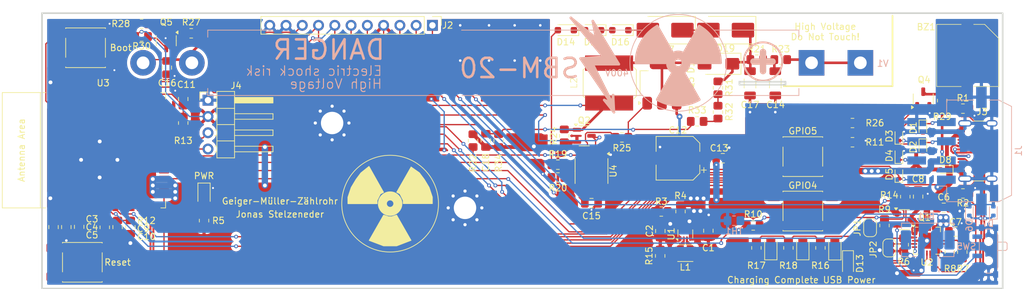
<source format=kicad_pcb>
(kicad_pcb (version 20241229) (generator "pcbnew") (generator_version "9.0")
  (layers (0 "F.Cu" signal "Front") (2 "B.Cu" signal "Back") (13 "F.Paste" user) (15 "B.Paste" user) (5 "F.SilkS" user "F.Silkscreen") (7 "B.SilkS" user "B.Silkscreen") (1 "F.Mask" user) (3 "B.Mask" user) (25 "Edge.Cuts" user))
  (net 0 "")
  (net 1 "Vbat")
  (net 2 "GND")
  (net 3 "+3.3V")
  (net 4 "Net-(BZ1--)")
  (net 5 "Vbat_USB")
  (net 6 "VBUS")
  (net 7 "Net-(U3A-EN)")
  (net 8 "Net-(U3A-GPIO0{slash}BOOT)")
  (net 9 "Net-(C14-Pad1)")
  (net 10 "Net-(U4-CV)")
  (net 11 "Net-(C16-Pad1)")
  (net 12 "Vhigh")
  (net 13 "D+")
  (net 14 "D-")
  (net 15 "Net-(D11-A)")
  (net 16 "Net-(D12-A)")
  (net 17 "Net-(D14-A)")
  (net 18 "Net-(D14-K)")
  (net 19 "Net-(D15-K)")
  (net 20 "Net-(D16-K)")
  (net 21 "Net-(D17-K)")
  (net 22 "Net-(D9-A)")
  (net 23 "Net-(D12-K)")
  (net 24 "Net-(D10-A)")
  (net 25 "Net-(D11-K)")
  (net 26 "Net-(D13-A)")
  (net 27 "GPIO16{slash}U0CTS")
  (net 28 "UART0_TX")
  (net 29 "UART0_RX")
  (net 30 "GPIO15{slash}U0RTS")
  (net 31 "Trig_HV")
  (net 32 "GM_OUT")
  (net 33 "I_L_HV")
  (net 34 "Vhigh{slash}100")
  (net 35 "Net-(J3-CC2)")
  (net 36 "Net-(J3-CC1)")
  (net 39 "I2C_SDA")
  (net 40 "I2C_SCL")
  (net 41 "Net-(JP1-A)")
  (net 42 "Net-(U1-LX2)")
  (net 43 "Net-(U1-LX1)")
  (net 44 "Net-(Q4-B)")
  (net 45 "Net-(U1-FB)")
  (net 46 "Net-(U2-VPCC)")
  (net 47 "Net-(U2-PROG1)")
  (net 48 "Net-(U2-PROG3)")
  (net 49 "GPIO3")
  (net 50 "Net-(U4-Q)")
  (net 51 "Net-(R31-Pad2)")
  (net 53 "Net-(U2-THERM)")
  (net 54 "Net-(Q1-S)")
  (net 55 "Net-(Q1-G)")
  (net 56 "Net-(Q3-B)")
  (net 72 "GPIO1")
  (net 75 "Net-(U3A-GPIO10)")
  (net 78 "Net-(D18-A)")
  (net 79 "Net-(R23-Pad1)")
  (net 80 "Net-(R32-Pad2)")
  (net 81 "Net-(U3A-GPIO9)")
  (net 82 "GPIO11")
  (net 83 "GPIO12")
  (net 84 "unconnected-(U3B-GPIO21-Pad23)")
  (footprint "Espressif:ESP32-S3-WROOM-1" (layer "F.Cu") (at 90.75 61 90)
    (property "Reference" "U3")
    (property "Value" "ESP32-S3-WROOM-1_multi_unit" (hide yes))
  )
  (footprint "Diode_SMD:D_SOD-523" (layer "F.Cu") (at 215 61.8 90)
    (property "Reference" "D4")
    (property "Value" "SZESD5Z3.3T1G" (hide yes))
  )
  (footprint "CustomLib:Murata_DFE252012P" (layer "F.Cu") (at 181.65 77.06962 180)
    (property "Reference" "L1")
    (property "Value" "1µH" (hide yes))
  )
  (footprint "Resistor_SMD:R_0805_2012Metric_Pad1.20x1.40mm_HandSolder" (layer "F.Cu") (at 177.9 70.56962)
    (property "Reference" "R3")
    (property "Value" "511k" (hide yes))
  )
  (footprint "Resistor_SMD:R_0805_2012Metric_Pad1.20x1.40mm_HandSolder" (layer "F.Cu") (at 180.9 70.56962 90)
    (property "Reference" "R4")
    (property "Value" "91k")
  )
  (footprint "Resistor_SMD:R_0805_2012Metric_Pad1.20x1.40mm_HandSolder" (layer "F.Cu") (at 162.75 58.75 90)
    (property "Reference" "R24")
    (property "Value" "8,2R")
  )
  (footprint "Diode_SMD:D_SOD-323_HandSoldering" (layer "F.Cu") (at 171.5 42.25 180)
    (property "Reference" "D16")
    (property "Value" "MM3Z20VT1G 20V" (hide yes))
  )
  (footprint "Resistor_SMD:R_0805_2012Metric_Pad1.20x1.40mm_HandSolder" (layer "F.Cu") (at 221.75 53.25 90)
    (property "Reference" "R29")
    (property "Value" "1k")
  )
  (footprint "Capacitor_SMD:C_0805_2012Metric_Pad1.18x1.45mm_HandSolder" (layer "F.Cu") (at 93 73 -90)
    (property "Reference" "C9")
    (property "Value" "1µF" (hide yes))
  )
  (footprint "Resistor_SMD:R_0805_2012Metric_Pad1.20x1.40mm_HandSolder" (layer "F.Cu") (at 225 67.75)
    (property "Reference" "R2")
    (property "Value" "5.1k")
  )
  (footprint "Capacitor_SMD:C_0805_2012Metric_Pad1.18x1.45mm_HandSolder" (layer "F.Cu") (at 87 72.9625 -90)
    (property "Reference" "C5")
    (property "Value" "0.1µF")
  )
  (footprint "Resistor_SMD:R_0805_2012Metric_Pad1.20x1.40mm_HandSolder" (layer "F.Cu") (at 224.9 76.9 90)
    (property "Reference" "R7")
    (property "Value" "10k" (hide yes))
  )
  (footprint "Capacitor_SMD:C_0805_2012Metric_Pad1.18x1.45mm_HandSolder" (layer "F.Cu") (at 223.85 73.7)
    (property "Reference" "C7")
    (property "Value" "4,7µF")
  )
  (footprint "Resistor_SMD:R_0805_2012Metric_Pad1.20x1.40mm_HandSolder" (layer "F.Cu") (at 96.75 43.25)
    (property "Reference" "R30")
    (property "Value" "10k")
  )
  (footprint "Diode_SMD:D_SOD-323_HandSoldering" (layer "F.Cu") (at 207.05 78.7 -90)
    (property "Reference" "D13")
    (property "Value" "D_Small")
  )
  (footprint "Resistor_SMD:R_0805_2012Metric_Pad1.20x1.40mm_HandSolder" (layer "F.Cu") (at 222.95 76.9 90)
    (property "Reference" "R8")
    (property "Value" "100k" (hide yes))
  )
  (footprint "Capacitor_SMD:C_1206_3216Metric_Pad1.33x1.80mm_HandSolder" (layer "F.Cu") (at 191.75 50.6 -90)
    (property "Reference" "C17")
    (property "Value" "10nF 1kV" (hide yes))
  )
  (footprint "Capacitor_SMD:C_0805_2012Metric_Pad1.18x1.45mm_HandSolder" (layer "F.Cu") (at 95 73 -90)
    (property "Reference" "C10")
    (property "Value" "0.1µF" (hide yes))
  )
  (footprint "Connector_PinHeader_2.54mm:PinHeader_1x11_P2.54mm_Vertical" (layer "F.Cu") (at 142.16 41.5 -90)
    (property "Reference" "J2")
    (property "Value" "Debugpins")
  )
  (footprint "Resistor_SMD:R_0805_2012Metric_Pad1.20x1.40mm_HandSolder" (layer "F.Cu") (at 177.725 77.5 -90)
    (property "Reference" "R15")
    (property "Value" "10k" (hide yes))
  )
  (footprint "Capacitor_SMD:C_0805_2012Metric_Pad1.18x1.45mm_HandSolder" (layer "F.Cu") (at 100.7 48.1 -90)
    (property "Reference" "C16")
    (property "Value" "220pF")
  )
  (footprint "Connector_PinHeader_2.54mm:PinHeader_1x04_P2.54mm_Horizontal" (layer "F.Cu") (at 107.115 53.19)
    (property "Reference" "J4")
    (property "Value" "Femal Connector for LCD I2C backpack" (hide yes))
  )
  (footprint "Resistor_SMD:R_0805_2012Metric_Pad1.20x1.40mm_HandSolder" (layer "F.Cu") (at 197.75 76.25 90)
    (property "Reference" "R18")
    (property "Value" "470R" (hide yes))
  )
  (footprint "Resistor_SMD:R_0805_2012Metric_Pad1.20x1.40mm_HandSolder" (layer "F.Cu") (at 192.25 72.75 180)
    (property "Reference" "R10")
    (property "Value" "10k" (hide yes))
  )
  (footprint "Resistor_SMD:R_0805_2012Metric_Pad1.20x1.40mm_HandSolder" (layer "F.Cu") (at 91 73.0375 -90)
    (property "Reference" "R12")
    (property "Value" "10k")
  )
  (footprint "Resistor_SMD:R_0805_2012Metric_Pad1.20x1.40mm_HandSolder" (layer "F.Cu") (at 161.75 65.25 180)
    (property "Reference" "R20")
    (property "Value" "560k" (hide yes))
  )
  (footprint "Capacitor_SMD:CP_Elec_6.3x5.9" (layer "F.Cu") (at 180.5 62.25 180)
    (property "Reference" "C12")
    (property "Value" "100µF" (hide yes))
  )
  (footprint "Jumper:SolderJumper-2_P1.3mm_Open_RoundedPad1.0x1.5mm" (layer "F.Cu") (at 213.5 76.25 90)
    (property "Reference" "JP2")
    (property "Value" "SolderJumper_2_Open" (hide yes))
  )
  (footprint "Diode_SMD:D_SOD-323_HandSoldering" (layer "F.Cu") (at 167.25 42.25 180)
    (property "Reference" "D15")
    (property "Value" "MM3Z20VT1G 20V" (hide yes))
  )
  (footprint "Capacitor_SMD:C_0805_2012Metric_Pad1.18x1.45mm_HandSolder" (layer "F.Cu") (at 103.25 53 90)
    (property "Reference" "C11")
    (property "Value" "0.1µF")
  )
  (footprint "LED_SMD:LED_0805_2012Metric_Pad1.15x1.40mm_HandSolder" (layer "F.Cu") (at 106.5 67.9875 -90)
    (property "Reference" "D9" (hide yes))
    (property "Value" "PWR")
  )
  (footprint "Resistor_SMD:R_0805_2012Metric_Pad1.20x1.40mm_HandSolder" (layer "F.Cu") (at 106.5 71.9875 90)
    (property "Reference" "R5")
    (property "Value" "100R" (hide yes))
  )
  (footprint "Resistor_SMD:R_0805_2012Metric_Pad1.20x1.40mm_HandSolder" (layer "F.Cu") (at 186.75 55.05 -90)
    (property "Reference" "R32")
    (property "Value" "1M" (hide yes))
  )
  (footprint "Resistor_SMD:R_0805_2012Metric_Pad1.20x1.40mm_HandSolder" (layer "F.Cu") (at 171.75 59 180)
    (property "Reference" "R25")
    (property "Value" "1,5k" (hide yes))
  )
  (footprint "Capacitor_SMD:C_0805_2012Metric_Pad1.18x1.45mm_HandSolder" (layer "F.Cu") (at 218 68.2375 90)
    (property "Reference" "C8")
    (property "Value" "4,7µF")
  )
  (footprint "MountingHole:MountingHole_3.5mm_Pad_Via" (layer "F.Cu") (at 147.25 70)
    (property "Reference" "REF**" (hide yes))
    (property "Value" "MountingHole_3.5mm_Pad_Via" (hide yes))
  )
  (footprint "Resistor_SMD:R_0805_2012Metric_Pad1.20x1.40mm_HandSolder" (layer "F.Cu") (at 183.5 56.5 180)
    (property "Reference" "R33")
    (property "Value" "1M" (hide yes))
  )
  (footprint "Capacitor_SMD:C_0805_2012Metric_Pad1.18x1.45mm_HandSolder" (layer "F.Cu") (at 85 73 -90)
    (property "Reference" "C4")
    (property "Value" "0.1µF")
  )
  (footprint "Connector_USB:USB_C_Receptacle_GCT_USB4105-xx-A_16P_TopMnt_Horizontal" (layer "F.Cu") (at 228.425 61.12 90)
    (property "Reference" "J3")
    (property "Value" "USB-TYPE-C-018")
  )
  (footprint "Resistor_SMD:R_0805_2012Metric_Pad1.20x1.40mm_HandSolder" (layer "F.Cu") (at 212.75 72.75 -90)
    (property "Reference" "R9")
    (property "Value" "330k" (hide yes))
  )
  (footprint "Resistor_SMD:R_0805_2012Metric_Pad1.20x1.40mm_HandSolder" (layer "F.Cu") (at 96.75 41.25 180)
    (property "Reference" "R28")
    (property "Value" "100k" (hide yes))
  )
  (footprint "Diode_SMD:D_SMA" (layer "F.Cu") (at 186.825 47.5 180)
    (property "Reference" "D18")
    (property "Value" "RS1M")
  )
  (footprint "Resistor_SMD:R_0805_2012Metric_Pad1.20x1.40mm_HandSolder" (layer "F.Cu") (at 192.75 76.25 -90)
    (property "Reference" "R17")
    (property "Value" "470R" (hide yes))
  )
  (footprint "Package_TO_SOT_SMD:SOT-23-3" (layer "F.Cu") (at 215.85 71.8375)
    (property "Reference" "Q1")
    (property "Value" "IRLML6402TRPBF")
  )
  (footprint "Package_SO:SOIC-8_3.9x4.9mm_P1.27mm" (layer "F.Cu") (at 167 64.25 -90)
    (property "Reference" "U4")
    (property "Value" "ICM7555IBAZ" (hide yes))
  )
  (footprint "Resistor_SMD:R_0805_2012Metric_Pad1.20x1.40mm_HandSolder" (layer "F.Cu") (at 103.25 56.75 90)
    (property "Reference" "R13")
    (property "Value" "10k")
  )
  (footprint "Diode_SMD:D_SOD-523" (layer "F.Cu") (at 218.75 57.55 -90)
    (property "Reference" "D1")
    (property "Value" "SZESD5Z3.3T1G" (hide yes))
  )
  (footprint "LED_SMD:LED_0805_2012Metric_Pad1.15x1.40mm_HandSolder" (layer "F.Cu") (at 200 76.25 90)
    (property "Reference" "D12" (hide yes))
    (property "Value" "Complete")
  )
  (footprint "Resistor_SMD:R_0805_2012Metric_Pad1.20x1.40mm_HandSolder" (layer "F.Cu") (at 225 54.5)
    (property "Reference" "R1")
    (property "Value" "5.1k")
  )
  (footprint "Resistor_SMD:R_0805_2012Metric_Pad1.20x1.40mm_HandSolder" (layer "F.Cu") (at 196.55 46.85 180)
    (property "Reference" "R23")
    (property "Value" "4,7M" (hide yes))
  )
  (footprint "Diode_SMD:D_SMB_Handsoldering" (layer "F.Cu") (at 187.95 42.25 180)
    (property "Reference" "D19")
    (property "Value" "1SMB5956BT3G 200V" (hide yes))
  )
  (footprint "CustomLib:CMI-9705-0380" (layer "F.Cu") (at 225.7 51.2 180)
    (property "Reference" "BZ1")
    (property "Value" "Buzzer" (hide yes))
  )
  (footprint "Resistor_SMD:R_0805_2012Metric_Pad1.20x1.40mm_HandSolder" (layer "F.Cu") (at 104.5 42.75 180)
    (property "Reference" "R27")
    (property "Value" "22k" (hide yes))
  )
  (footprint "Resistor_SMD:R_0805_2012Metric_Pad1.20x1.40mm_HandSolder" (layer "F.Cu") (at 216 68.25 -90)
    (property "Reference" "R14")
    (property "Value" "10k" (hide yes))
  )
  (footprint "Button_Switch_SMD:SW_Push_1P1T_NO_E-Switch_TL3301NxxxxxG" (layer "F.Cu") (at 88 45)
    (property "Reference" "SW4" (hide yes))
    (property "Value" "Boot")
  )
  (footprint "Diode_SMD:D_SOD-523" (layer "F.Cu") (at 215 58.8 90)
    (property "Reference" "D3")
    (property "Value" "SZESD5Z3.3T1G" (hide yes))
  )
  (footprint "Package_TO_SOT_SMD:SOT-23-3" (layer "F.Cu") (at 100.6 43.9 -90)
    (property "Reference" "Q5")
    (property "Value" "MMBT3904")
  )
  (footprint "CustomLib:Inductor_wuerth_74404086103" (layer "F.Cu") (at 169.75 50.5 90)
    (property "Reference" "L2")
    (property "Value" "10mH")
  )
  (footprint "Resistor_SMD:R_0805_2012Metric_Pad1.20x1.40mm_HandSolder" (layer "F.Cu") (at 202.75 76.25 90)
    (property "Reference" "R16")
    (property "Value" "470R" (hide yes))
  )
  (footprint "Resistor_SMD:R_0805_2012Metric_Pad1.20x1.40mm_HandSolder" (layer "F.Cu") (at 207.75 59.75)
    (property "Reference" "R11")
    (property "Value" "10k")
  )
  (footprint "clipboard:ea0946bf-12c1-49c3-a260-f9acbf49f04f" (layer "F.Cu") (at 143.106963 69.34)
    (property "Reference" "")
    (property "Value" "")
  )
  (footprint "Package_DFN_QFN:QFN-20-1EP_4x4mm_P0.5mm_EP2.5x2.5mm" (layer "F.Cu") (at 219.375 75.125)
    (property "Reference" "U2")
    (property "Value" "MCP73871-2AA" (hide yes))
  )
  (footprint "Resistor_SMD:R_0805_2012Metric_Pad1.20x1.40mm_HandSolder" (layer "F.Cu") (at 152.5 59.5 -90)
    (property "Reference" "R34")
    (property "Value" "18k" (hide yes))
  )
  (footprint "Package_TO_SOT_SMD:SOT-23-3" (layer "F.Cu") (at 218.8 53 90)
    (property "Reference" "Q4")
    (property "Value" "MMBT3904" (hide yes))
  )
  (footprint "Button_Switch_SMD:SW_Push_1P1T_NO_E-Switch_TL3301NxxxxxG" (layer "F.Cu") (at 200 62)
    (property "Reference" "SW2" (hide yes))
    (property "Value" "GPIO5")
  )
  (footprint "LED_SMD:LED_0805_2012Metric_Pad1.15x1.40mm_HandSolder" (layer "F.Cu") (at 195 76.25 90)
    (property "Reference" "D11" (hide yes))
    (property "Value" "Charging")
  )
  (footprint "Diode_SMD:D_SOD-523" (layer "F.Cu") (at 218.75 60.5 -90)
    (property "Reference" "D2")
    (property "Value" "SZESD5Z3.3T1G" (hide yes))
  )
  (footprint "Package_TO_SOT_SMD:SOT-583-8" (layer "F.Cu") (at 181.65 74.06962 90)
    (property "Reference" "U1")
    (property "Value" "TPS631000DRLR" (hide yes))
  )
  (footprint "Capacitor_SMD:C_0805_2012Metric_Pad1.18x1.45mm_HandSolder" (layer "F.Cu") (at 185.25 73.56962 90)
    (property "Reference" "C1")
    (property "Value" "22µF" (hide yes))
  )
  (footprint "Resistor_SMD:R_0805_2012Metric_Pad1.20x1.40mm_HandSolder" (layer "F.Cu") (at 207.75 56.75 180)
    (property "Reference" "R26")
    (property "Value" "1k" (hide yes))
  )
  (footprint "Button_Switch_SMD:SW_Push_1P1T_NO_E-Switch_TL3301NxxxxxG" (layer "F.Cu") (at 87.5 78.5)
    (property "Reference" "SW3" (hide yes))
    (property "Value" "Reset")
  )
  (footprint "Capacitor_SMD:C_0805_2012Metric_Pad1.18x1.45mm_HandSolder" (layer "F.Cu") (at 177.75 73.60712 90)
    (property "Reference" "C2")
    (property "Value" "47µF" (hide yes))
  )
  (footprint "Capacitor_SMD:C_0805_2012Metric_Pad1.18x1.45mm_HandSolder" (layer "F.Cu") (at 150.5 59.4625 -90)
    (property "Reference" "C18")
    (property "Value" "0.1µF" (hide yes))
  )
  (footprint "Capacitor_SMD:C_0805_2012Metric_Pad1.18x1.45mm_HandSolder" (layer "F.Cu") (at 83 73 -90)
    (property "Reference" "C3")
    (property "Value" "10µF")
  )
  (footprint "Diode_SMD:D_SOD-323_HandSoldering" (layer "F.Cu") (at 163 42.25 180)
    (property "Reference" "D14")
    (property "Value" "MM3Z20VT1G 20V" (hide yes))
  )
  (footprint "MountingHole:MountingHole_3.5mm_Pad_Via" (layer "F.Cu") (at 126.5 56.75)
    (property "Reference" "REF**" (hide yes))
    (property "Value" "MountingHole_3.5mm_Pad_Via" (hide yes))
  )
  (footprint "Capacitor_SMD:C_0805_2012Metric_Pad1.18x1.45mm_HandSolder" (layer "F.Cu") (at 187.5 62.25)
    (property "Reference" "C13")
    (property "Value" "0.1µF")
  )
  (footprint "LED_SMD:LED_0805_2012Metric_Pad1.15x1.40mm_HandSolder" (layer "F.Cu") (at 205 76.275 90)
    (property "Reference" "D10" (hide yes))
    (property "Value" "USB Power")
  )
  (footprint "Resistor_SMD:R_0805_2012Metric_Pad1.20x1.40mm_HandSolder" (layer "F.Cu") (at 215.75 75.75 90)
    (property "Reference" "R6")
    (property "Value" "120k" (hide yes))
  )
  (footprint "Resistor_SMD:R_0805_2012Metric_Pad1.20x1.40mm_HandSolder" (layer "F.Cu") (at 148.5 59.5 90)
    (property "Reference" "R22")
    (property "Value" "10k" (hide yes))
  )
  (footprint "Resistor_SMD:R_0805_2012Metric_Pad1.20x1.40mm_HandSolder" (layer "F.Cu") (at 161.75 63.25)
    (property "Reference" "R19")
    (property "Value" "100k" (hide yes))
  )
  (footprint "Diode_SMD:D_SOD-523" (layer "F.Cu") (at 215 64.75 90)
    (property "Reference" "D5")
    (property "Value" "SZESD5Z3.3T1G" (hide yes))
  )
  (footprint "Capacitor_SMD:C_1206_3216Metric_Pad1.33x1.80mm_HandSolder" (layer "F.Cu") (at 195.75 50.5 90)
    (property "Reference" "C14")
    (property "Value" "10nF 1kV" (hide yes))
  )
  (footprint "Button_Switch_SMD:SW_Push_1P1T_NO_E-Switch_TL3301NxxxxxG" (layer "F.Cu") (at 200 70.5 180)
    (property "Reference" "SW1" (hide yes))
    (property "Value" "GPIO4")
  )
  (footprint "Resistor_SMD:R_0805_2012Metric_Pad1.20x1.40mm_HandSolder" (layer "F.Cu") (at 192.8 46.85 180)
    (property "Reference" "R21")
    (property "Value" "1M" (hide yes))
  )
  (footprint "Diode_SMD:D_SMB_Handsoldering" (layer "F.Cu") (at 178.5 42.25 180)
    (property "Reference" "D17")
    (property "Value" "1SMB5956BT3G 200V" (hide yes))
  )
  (footprint "Capacitor_SMD:C_0805_2012Metric_Pad1.18x1.45mm_HandSolder" (layer "F.Cu") (at 167 69.25)
    (property "Reference" "C15")
    (property "Value" "10nF")
  )
  (footprint "Package_TO_SOT_SMD:SOT-23-3" (layer "F.Cu") (at 165.8625 58.75)
    (property "Reference" "Q2")
    (property "Value" "BCW68")
  )
  (footprint "Capacitor_SMD:C_0805_2012Metric_Pad1.18x1.45mm_HandSolder" (layer "F.Cu") (at 222 70)
    (property "Reference" "C6")
    (property "Value" "10µF")
  )
  (footprint "Diode_SMD:D_SOD-523" (layer "F.Cu") (at 222.2 64 180)
    (property "Reference" "D8")
    (property "Value" "SZESD5Z5.0T1G" (hide yes))
  )
  (footprint "Resistor_SMD:R_0805_2012Metric_Pad1.20x1.40mm_HandSolder" (layer "F.Cu") (at 186.75 51.25 -90)
    (property "Reference" "R31")
    (property "Value" "1M" (hide yes))
  )
  (footprint "Jumper:SolderJumper-2_P1.3mm_Open_RoundedPad1.0x1.5mm" (layer "F.Cu") (at 210.5 73.1 90)
    (property "Reference" "JP1")
    (property "Value" "SolderJumper_2_Bridged" (hide yes))
  )
  (footprint "Package_TO_SOT_SMD:SOT-223-3_TabPin2" (layer "F.Cu") (at 178 50.5 90)
    (property "Reference" "Q3")
    (property "Value" "PBHV8560Z" (hide yes))
  )
  (footprint "CustomLib:SBM-20" (layer "B.Cu") (at 208.98 47.349092 180)
    (property "Reference" "V1")
    (property "Value" "SMB20")
  )
  (footprint "Connector_Molex:Molex_Micro-Fit_3.0_43045-0810_2x04-1MP_P3.00mm_Horizontal" (layer "B.Cu") (at 220.095 61.1 90)
    (property "Reference" "J1")
    (property "Value" "Molex Micro Fit")
  )
  (footprint "Resistor_SMD:R_0805_2012Metric_Pad1.20x1.40mm_HandSolder" (layer "B.Cu") (at 189.25 72)
    (property "Reference" "TH1")
    (property "Value" "10k NTC" (hide yes))
  )
  (footprint "Diode_SMD:D_SOD-523" (layer "B.Cu") (at 226 70.5 90)
    (property "Reference" "D6")
    (property "Value" "SZESD5Z5.0T1G" (hide yes))
  )
  (footprint "Diode_SMD:D_SOD-523" (layer "B.Cu") (at 229.75 70.5 90)
    (property "Reference" "D7")
    (property "Value" "SZESD5Z5.0T1G" (hide yes))
  )
  (footprint "Button_Switch_SMD:SW_SPDT_PCM12" (layer "B.Cu") (at 228.67 76.75 -90)
    (property "Reference" "SW5")
    (property "Value" "SW_SPDT")
  )
  (footprint "Connector_JST:JST_PH_B2B-PH-SM4-TB_1x02-1MP_P2.00mm_Vertical" (layer "B.Cu") (at 219.5 76.75 180)
    (property "Reference" "BT1")
    (property "Value" "Battery_Cell")
  )
  (gr_line (start 214 51) (end 197 51) (stroke (width 0.254)) (layer "F.SilkS"))
  (gr_line (start 214 40) (end 214 51) (stroke (width 0.254)) (layer "F.SilkS"))
  (gr_rect (start 81.2 39.6) (end 231.2 82.6) (stroke (width 0.254)) (fill no) (layer "Edge.Cuts"))
  (gr_rect (start 190.1 50.3) (end 197.3 50.7625) (stroke (width 0.254)) (fill no) (layer "Edge.Cuts"))
  (gr_text "Geiger-Müller-Zählrohr" (at 118.35 68.95 0) (layer "F.SilkS") (effects (font (size 1 1))))
  (gr_text "High Voltage\nDo Not Touch!" (at 203.5 42.5 0) (layer "F.SilkS") (effects (font (size 1 1))))
  (gr_text "Jonas Stelzeneder" (at 118.35 71 0) (layer "F.SilkS") (effects (font (size 1 1))))
  (segment (start 222.35 71.5) (end 221.5 71.5) (width 1) (layer "F.Cu") (net 1))
  (segment (start 221.3125 73.1875) (end 220.628 73.1875) (width 1) (layer "F.Cu") (net 1))
  (segment (start 221.3125 73.1875) (end 221.3125 72.7375) (width 1) (layer "F.Cu") (net 1))
  (segment (start 137.08 41.5) (end 137.08 46) (width 0.2) (layer "F.Cu") (net 1))
  (segment (start 221.3125 74.125) (end 221.3125 73.1875) (width 1) (layer "F.Cu") (net 1))
  (segment (start 222.35 71.5) (end 222.35 72.5) (width 1) (layer "F.Cu") (net 1))
  (segment (start 222.4 72.55) (end 221.5 72.55) (width 1) (layer "F.Cu") (net 1))
  (segment (start 221.3125 74.125) (end 221.3125 74.372) (width 1) (layer "F.Cu") (net 1))
  (segment (start 221.3125 72.7375) (end 221.5 72.55) (width 1) (layer "F.Cu") (net 1))
  (segment (start 222.4 72.55) (end 222.4 71.55) (width 1) (layer "F.Cu") (net 1))
  (segment (start 222.4 71.55) (end 222.35 71.5) (width 1) (layer "F.Cu") (net 1))
  (segment (start 137.08 46.08) (end 144 53) (width 0.2) (layer "F.Cu") (net 1))
  (segment (start 222.35 72.5) (end 222.4 72.55) (width 1) (layer "F.Cu") (net 1))
  (segment (start 137.08 46) (end 137.08 46.08) (width 0.2) (layer "F.Cu") (net 1))
  (segment (start 221.5 72.55) (end 221.5 71.5) (width 1) (layer "F.Cu") (net 1))
  (via (at 222.35 71.5) (size 0.9) (drill 0.6) (layers "F.Cu" "B.Cu") (net 1))
  (via (at 222.4 72.55) (size 0.9) (drill 0.6) (layers "F.Cu" "B.Cu") (net 1))
  (via (at 144 53) (size 0.6) (drill 0.3) (layers "F.Cu" "B.Cu") (net 1))
  (via (at 221.5 71.5) (size 0.9) (drill 0.6) (layers "F.Cu" "B.Cu") (net 1))
  (via (at 221.5 72.55) (size 0.9) (drill 0.6) (layers "F.Cu" "B.Cu") (net 1))
  (segment (start 222.35 72.5) (end 222.4 72.55) (width 1) (layer "B.Cu") (net 1))
  (segment (start 221.5 72.55) (end 221.5 73) (width 1) (layer "B.Cu") (net 1))
  (segment (start 221.3125 73.1875) (end 220.5 74) (width 1) (layer "B.Cu") (net 1))
  (segment (start 206 74.75) (end 209.778 70.972) (width 0.2) (layer "B.Cu") (net 1))
  (segment (start 222.4 72.55) (end 222.4 71.55) (width 1) (layer "B.Cu") (net 1))
  (segment (start 144 53) (end 165.75 74.75) (width 0.2) (layer "B.Cu") (net 1))
  (segment (start 222.35 71.5) (end 222.35 72.5) (width 1) (layer "B.Cu") (net 1))
  (segment (start 220.972 70.972) (end 221.5 71.5) (width 0.2) (layer "B.Cu") (net 1))
  (segment (start 222.4 72.55) (end 221.5 72.55) (width 1) (layer "B.Cu") (net 1))
  (segment (start 221.5 71.5) (end 221.5 72.55) (width 1) (layer "B.Cu") (net 1))
  (segment (start 165.75 74.75) (end 206 74.75) (width 0.2) (layer "B.Cu") (net 1))
  (segment (start 222.4 71.55) (end 222.35 71.5) (width 1) (layer "B.Cu") (net 1))
  (segment (start 209.778 70.972) (end 220.972 70.972) (width 0.2) (layer "B.Cu") (net 1))
  (segment (start 221.5 73) (end 221.472 73.028) (width 1) (layer "B.Cu") (net 1))
  (segment (start 221.472 73.028) (end 221.472 75.972) (width 1) (layer "B.Cu") (net 1))
  (segment (start 220.5 74) (end 220.5 77.25) (width 1) (layer "B.Cu") (net 1))
  (segment (start 222.35 71.5) (end 221.5 71.5) (width 1) (layer "B.Cu") (net 1))
  (segment (start 215 61.1) (end 215.8 61.1) (width 0.2) (layer "F.Cu") (net 2))
  (segment (start 90.21 62.5) (end 88.81 62.5) (width 1) (layer "F.Cu") (net 2))
  (segment (start 99.7625 42.7625) (end 100.5 43.5) (width 0.2) (layer "F.Cu") (net 2))
  (segment (start 93 74.0375) (end 95 74.0375) (width 1) (layer "F.Cu") (net 2))
  (segment (start 221.625 77.375) (end 219.375 75.125) (width 1) (layer "F.Cu") (net 2))
  (segment (start 168.0375 69.25) (end 168.0375 69.2625) (width 0.4) (layer "F.Cu") (net 2))
  (segment (start 86.9625 74.0375) (end 87 74) (width 1) (layer "F.Cu") (net 2))
  (segment (start 213.65 76.75) (end 213.5 76.9) (width 0.4) (layer "F.Cu") (net 2))
  (segment (start 180.9 69.56962) (end 182.45238 69.56962) (width 0.6) (layer "F.Cu") (net 2))
  (segment (start 180.9 69.56962) (end 182.3 70.96962) (width 0.6) (layer "F.Cu") (net 2))
  (segment (start 183 69.56962) (end 183.5 69.56962) (width 0.6) (layer "F.Cu") (net 2))
  (segment (start 218.9 67.2) (end 219.5 67.8) (width 0.4) (layer "F.Cu") (net 2))
  (segment (start 82.528 48.172) (end 82.528 49.5) (width 1) (layer "F.Cu") (net 2))
  (segment (start 183 69.022) (end 182.551 68.573) (width 1) (layer "F.Cu") (net 2))
  (segment (start 191.75 54.45) (end 191.75 52.44375) (width 0.4) (layer "F.Cu") (net 2))
  (segment (start 106.5 66.9625) (end 107.8375 66.9625) (width 0.2) (layer "F.Cu") (net 2))
  (segment (start 191.25 72.75) (end 190.723 72.75) (width 0.2) (layer "F.Cu") (net 2))
  (segment (start 220.375 77.0625) (end 220.375 76.125) (width 0.35) (layer "F.Cu") (net 2))
  (segment (start 226.05 67.75) (end 226.9 66.9) (width 0.2) (layer "F.Cu") (net 2))
  (segment (start 183.5 69.56962) (end 183.93038 69.56962) (width 0.6) (layer "F.Cu") (net 2))
  (segment (start 226 54.8) (end 226.8 55.6) (width 0.2) (layer "F.Cu") (net 2))
  (segment (start 226 54.5) (end 226 54.8) (width 0.2) (layer "F.Cu") (net 2))
  (segment (start 177.75 72.56962) (end 179.23038 72.56962) (width 0.6) (layer "F.Cu") (net 2))
  (segment (start 218.75 61.2) (end 217.7 61.2) (width 0.2) (layer "F.Cu") (net 2))
  (segment (start 184.5 68.522) (end 184.5 70.3) (width 0.6) (layer "F.Cu") (net 2))
  (segment (start 216.05 76.75) (end 216.8 77.5) (width 0.4) (layer "F.Cu") (net 2))
  (segment (start 224.745 57.92) (end 224.745 57.375) (width 0.6) (layer "F.Cu") (net 2))
  (segment (start 91.61 61.1) (end 88.81 63.9) (width 1) (layer "F.Cu") (net 2))
  (segment (start 215 64.05) (end 216.85 64.05) (width 0.6) (layer "F.Cu") (net 2))
  (segment (start 224.745 64.865) (end 225.32 65.44) (width 0.6) (layer "F.Cu") (net 2))
  (segment (start 195.7 52.44375) (end 195.7 54.5) (width 0.4) (layer "F.Cu") (net 2))
  (segment (start 224.9 77.9) (end 222.95 77.9) (width 1) (layer "F.Cu") (net 2))
  (segment (start 221.625 77.375) (end 222.15 77.9) (width 1) (layer "F.Cu") (net 2))
  (segment (start 88.81 63.9) (end 88.81 61.1) (width 1) (layer "F.Cu") (net 2))
  (segment (start 209.55 59.75) (end 209.8 59.5) (width 0.2) (layer "F.Cu") (net 2))
  (segment (start 184.5 68.522) (end 184.5 68.56962) (width 0.6) (layer "F.Cu") (net 2))
  (segment (start 217.75 58.25) (end 217.7 58.2) (width 0.2) (layer "F.Cu") (net 2))
  (segment (start 91.61 61.1) (end 91.61 63.9) (width 1) (layer "F.Cu") (net 2))
  (segment (start 181.45238 69.56962) (end 182.5 68.522) (width 0.9) (layer "F.Cu") (net 2))
  (segment (start 88.81 61.1) (end 91.61 63.9) (width 1) (layer "F.Cu") (net 2))
  (segment (start 82.528 50.4) (end 82.528 52.212) (width 1) (layer "F.Cu") (net 2))
  (segment (start 150.5 60.5) (end 152.5 60.5) (width 0.6) (layer "F.Cu") (net 2))
  (segment (start 182.551 68.573) (end 182.5 68.573) (width 1) (layer "F.Cu") (net 2))
  (segment (start 184.5 69) (end 184.5 68.522) (width 0.6) (layer "F.Cu") (net 2))
  (segment (start 180.9 69.56962) (end 181.45238 69.56962) (width 0.6) (layer "F.Cu") (net 2))
  (segment (start 184 70.022) (end 182.551 68.573) (width 1) (layer "F.Cu") (net 2))
  (segment (start 215.75 76.75) (end 216.05 76.75) (width 0.4) (layer "F.Cu") (net 2))
  (segment (start 90.21 62.5) (end 91.61 62.5) (width 1) (layer "F.Cu") (net 2))
  (segment (start 169.925 61.775) (end 170 61.7) (width 0.4) (layer "F.Cu") (net 2))
  (segment (start 220.375 76.125) (end 219.375 75.125) (width 0.35) (layer "F.Cu") (net 2))
  (segment (start 83.45 47.25) (end 82.528 48.172) (width 1) (layer "F.Cu") (net 2))
  (segment (start 216.85 64.05) (end 217.7 63.2) (width 0.6) (layer "F.Cu") (net 2))
  (segment (start 90.21 62.5) (end 90.21 61.1) (width 1) (layer "F.Cu") (net 2))
  (segment (start 222.15 77.9) (end 222.95 77.9) (width 1) (layer "F.Cu") (net 2))
  (segment (start 218.5 64) (end 217.7 63.2) (width 0.6) (layer "F.Cu") (net 2))
  (segment (start 213.5 76.9) (end 212.3 76.9) (width 0.4) (layer "F.Cu") (net 2))
  (segment (start 180.9 69.56962) (end 183 69.56962) (width 0.6) (layer "F.Cu") (net 2))
  (segment (start 224 70) (end 224.5 70.5) (width 0.4) (layer "F.Cu") (net 2))
  (segment (start 95.75 41.25) (end 91.75 41.25) (width 0.2) (layer "F.Cu") (net 2))
  (segment (start 191.75 54.45) (end 191.75 55.05) (width 0.4) (layer "F.Cu") (net 2))
  (segment (start 221.5 64) (end 218.5 64) (width 0.6) (layer "F.Cu") (net 2))
  (segment (start 102.2625 51.9625) (end 102 51.7) (width 0.2) (layer "F.Cu") (net 2))
  (segment (start 215.75 76.75) (end 213.65 76.75) (width 0.4) (layer "F.Cu") (net 2))
  (segment (start 90.21 62.5) (end 90.21 63.9) (width 1) (layer "F.Cu") (net 2))
  (segment (start 85.0375 74) (end 85 74.0375) (width 1) (layer "F.Cu") (net 2))
  (segment (start 150.5 60.5) (end 148.5 58.5) (width 0.6) (layer "F.Cu") (net 2))
  (segment (start 159.95 65.25) (end 159.4 64.7) (width 0.4) (layer "F.Cu") (net 2))
  (segment (start 101.6375 49.1375) (end 101.9 49.4) (width 0.2) (layer "F.Cu") (net 2))
  (segment (start 184.5 70.3) (end 185.3 71.1) (width 0.6) (layer "F.Cu") (net 2))
  (segment (start 180.3 53.65) (end 180.3 55.3) (width 0.4) (layer "F.Cu") (net 2))
  (segment (start 218.5 79.8) (end 218.1 80.2) (width 1) (layer "F.Cu") (net 2))
  (segment (start 218.5 79.772) (end 218.5 79.8) (width 1) (layer "F.Cu") (net 2))
  (segment (start 183 70.5) (end 183 69.022) (width 1) (layer "F.Cu") (net 2))
  (segment (start 107.8375 66.9625) (end 107.9 66.9) (width 0.2) (layer "F.Cu") (net 2))
  (segment (start 157.9 60.5) (end 158 60.4) (width 0.6) (layer "F.Cu") (net 2))
  (segment (start 217.7 63.2) (end 217.7 61.2) (width 0.6) (layer "F.Cu") (net 2))
  (segment (start 92.55 48.45) (end 92.5 48.5) (width 0.2) (layer "F.Cu") (net 2))
  (segment (start 99.65 42.7625) (end 99.7625 42.7625) (width 0.2) (layer "F.Cu") (net 2))
  (segment (start 190.723 72.75) (end 190 73.473) (width 0.2) (layer "F.Cu") (net 2))
  (segment (start 82.528 49.5) (end 82.528 50.4) (width 1) (layer "F.Cu") (net 2))
  (segment (start 218.1 80.2) (end 214.7 80.2) (width 1) (layer "F.Cu") (net 2))
  (segment (start 82.49 68.51) (end 82.5 68.5) (width 1) (layer "F.Cu") (net 2))
  (segment (start 87 74) (end 85.0375 74) (width 1) (layer "F.Cu") (net 2))
  (segment (start 221.3125 76.125) (end 220.375 76.125) (width 0.35) (layer "F.Cu") (net 2))
  (segment (start 183.5 68.522) (end 183.5 69.56962) (width 0.6) (layer "F.Cu") (net 2))
  (segment (start 181.4 73.32962) (end 181.6 73.32962) (width 0.4) (layer "F.Cu") (net 2))
  (segment (start 219.75 55.15) (end 219.8 55.2) (width 0.2) (layer "F.Cu") (net 2))
  (segment (start 212.3 76.9) (end 212 76.6) (width 0.4) (layer "F.Cu") (net 2))
  (segment (start 183.93038 69.56962) (end 184.5 69) (width 0.6) (layer "F.Cu") (net 2))
  (segment (start 184 70.5) (end 184 69.022) (width 1) (layer "F.Cu") (net 2))
  (segment (start 183.5 68.522) (end 183 69.022) (width 0.6) (layer "F.Cu") (net 2))
  (segment (start 90.21 65.24) (end 90.2 65.25) (width 1) (layer "F.Cu") (net 2))
  (segment (start 218.75 58.25) (end 217.75 58.25) (width 0.2) (layer "F.Cu") (net 2))
  (segment (start 181.6 72.8) (end 181.6 73.32962) (width 0.6) (layer "F.Cu") (net 2))
  (segment (start 95 77.8) (end 95 75.5) (width 1) (layer "F.Cu") (net 2))
  (segment (start 95 74.0375) (end 95 75.5) (width 1) (layer "F.Cu") (net 2))
  (segment (start 152.5 60.5) (end 157.9 60.5) (width 0.6) (layer "F.Cu") (net 2))
  (segment (start 224.745 57.375) (end 225.32 56.8) (width 0.6) (layer "F.Cu") (net 2))
  (segment (start 90.21 61.1) (end 90.21 59.63) (width 1) (layer "F.Cu") (net 2))
  (segment (start 85 74.0375) (end 85 75.1) (width 1) (layer "F.Cu") (net 2))
  (segment (start 182.3 70.96962) (end 182.3 72.1) (width 0.6) (layer "F.Cu") (net 2))
  (segment (start 184.5 68.56962) (end 183.5 69.56962) (width 0.6) (layer "F.Cu") (net 2))
  (segment (start 226 67.75) (end 226.05 67.75) (width 0.2) (layer "F.Cu") (net 2))
  (segment (start 183.551 68.573) (end 183.5 68.573) (width 1) (layer "F.Cu") (net 2))
  (segment (start 88.81 61.1) (end 91.61 61.1) (width 1) (layer "F.Cu") (net 2))
  (segment (start 92.05 80.75) (end 82.95 80.75) (width 1) (layer "F.Cu") (net 2))
  (segment (start 184 70.5) (end 184 70.022) (width 1) (layer "F.Cu") (net 2))
  (segment (start 223.0375 70) (end 224 70) (width 0.4) (layer "F.Cu") (net 2))
  (segment (start 82.49 69.75) (end 82.49 68.51) (width 1) (layer "F.Cu") (net 2))
  (segment (start 90.21 63.9) (end 90.21 65.24) (width 1) (layer "F.Cu") (net 2))
  (segment (start 177.7 62.25) (end 177.7 60.5) (width 0.4) (layer "F.Cu") (net 2))
  (segment (start 215 58.1) (end 215.8 58.1) (width 0.2) (layer "F.Cu") (net 2))
  (segment (start 168.905 61.775) (end 169.925 61.775) (width 0.4) (layer "F.Cu") (net 2))
  (segment (start 224.8875 73.7) (end 224.8875 72.4875) (width 0.2) (layer "F.Cu") (net 2))
  (segment (start 100.7 49.1375) (end 101.6375 49.1375) (width 0.2) (layer "F.Cu") (net 2))
  (segment (start 88.81 62.5) (end 87.3 62.5) (width 1) (layer "F.Cu") (net 2))
  (segment (start 92.55 47.25) (end 92.55 48.45) (width 0.2) (layer "F.Cu") (net 2))
  (segment (start 91.61 63.9) (end 88.81 63.9) (width 1) (layer "F.Cu") (net 2))
  (segment (start 185.25 72.53212) (end 185.25 71.15) (width 0.4) (layer "F.Cu") (net 2))
  (segment (start 217.4375 75.125) (end 219.375 75.125) (width 0.35) (layer "F.Cu") (net 2))
  (segment (start 103.25 51.9625) (end 102.2625 51.9625) (width 0.2) (layer "F.Cu") (net 2))
  (segment (start 182.5 68.522) (end 184.5 68.522) (width 0.9) (layer "F.Cu") (net 2))
  (segment (start 216.8 77.5) (end 217 77.7) (width 0.4) (layer "F.Cu") (net 2))
  (segment (start 188.5375 62.25) (end 188.5375 60.6375) (width 0.4) (layer "F.Cu") (net 2))
  (segment (start 182.3 72.1) (end 181.6 72.8) (width 0.6) (layer "F.Cu") (net 2))
  (segment (start 195.7 54.5) (end 195.7 55.05) (width 0.4) (layer "F.Cu") (net 2))
  (segment (start 160.75 65.25) (end 159.95 65.25) (width 0.4) (layer "F.Cu") (net 2))
  (segment (start 208.75 59.75) (end 209.55 59.75) (width 0.2) (layer "F.Cu") (net 2))
  (segment (start 185.25 71.15) (end 185.3 71.1) (width 0.4) (layer "F.Cu") (net 2))
  (segment (start 183 69.022) (end 183 69.56962) (width 0.6) (layer "F.Cu") (net 2))
  (segment (start 179.23038 72.56962) (end 179.3 72.5) (width 0.6) (layer "F.Cu") (net 2))
  (segment (start 180.3 55.3) (end 180.75 55.75) (width 0.4) (layer "F.Cu") (net 2))
  (segment (start 224.745 64.32) (end 224.745 64.865) (width 0.6) (layer "F.Cu") (net 2))
  (segment (start 168.0375 69.2625) (end 167 70.3) (width 0.4) (layer "F.Cu") (net 2))
  (segment (start 218 67.2) (end 218.9 67.2) (width 0.4) (layer "F.Cu") (net 2))
  (segment (start 219.75 54.1375) (end 219.75 55.15) (width 0.4) (layer "F.Cu") (net 2))
  (segment (start 182.45238 69.56962) (end 183.5 68.522) (width 0.6) (layer "F.Cu") (net 2))
  (segment (start 181.6 73.32962) (end 181.875 73.32962) (width 0.4) (layer "F.Cu") (net 2))
  (segment (start 188.5375 60.6375) (end 188.5 60.6) (width 0.4) (layer "F.Cu") (net 2))
  (segment (start 183 70.5) (end 184 70.5) (width 1) (layer "F.Cu") (net 2))
  (segment (start 85 74.0375) (end 83 74.0375) (width 1) (layer "F.Cu") (net 2))
  (segment (start 184 69.022) (end 183.551 68.573) (width 1) (layer "F.Cu") (net 2))
  (segment (start 91.61 62.5) (end 92.97 62.5) (width 1) (layer "F.Cu") (net 2))
  (segment (start 92.05 80.75) (end 95 77.8) (width 1) (layer "F.Cu") (net 2))
  (segment (start 224.8875 72.4875) (end 224.8 72.4) (width 0.2) (layer "F.Cu") (net 2))
  (via (at 224.8 72.4) (size 0.6) (drill 0.3) (layers "F.Cu" "B.Cu") (net 2))
  (via (at 191.75 55.05) (size 0.9) (drill 0.4) (layers "F.Cu" "B.Cu") (net 2))
  (via (at 170 61.7) (size 0.9) (drill 0.4) (layers "F.Cu" "B.Cu") (net 2))
  (via (at 101.9 49.4) (size 0.6) (drill 0.3) (layers "F.Cu" "B.Cu") (net 2))
  (via (at 92.5 48.5) (size 0.6) (drill 0.3) (layers "F.Cu" "B.Cu") (net 2))
  (via (at 82.528 50.4) (size 0.9) (drill 0.6) (layers "F.Cu" "B.Cu") (net 2))
  (via (at 95 75.5) (size 0.9) (drill 0.6) (layers "F.Cu" "B.Cu") (net 2))
  (via (at 90.21 59.63) (size 0.9) (drill 0.6) (layers "F.Cu" "B.Cu") (net 2))
  (via (at 159 41.5) (size 0.9) (drill 0.4) (layers "F.Cu" "B.Cu") (net 2))
  (via (at 188.5 60.6) (size 0.9) (drill 0.4) (layers "F.Cu" "B.Cu") (net 2))
  (via (at 158 60.4) (size 0.9) (drill 0.6) (layers "F.Cu" "B.Cu") (net 2))
  (via (at 155 41.5) (size 0.9) (drill 0.4) (layers "F.Cu" "B.Cu") (net 2))
  (via (at 182.3 72.1) (size 0.9) (drill 0.6) (layers "F.Cu" "B.Cu") (net 2))
  (via (at 92.97 62.5) (size 0.9) (drill 0.6) (layers "F.Cu" "B.Cu") (net 2))
  (via (at 167 70.3) (size 0.6) (drill 0.3) (layers "F.Cu" "B.Cu") (net 2))
  (via (at 177.7 60.5) (size 0.9) (drill 0.4) (layers "F.Cu" "B.Cu") (net 2))
  (via (at 82.5 68.5) (size 0.9) (drill 0.6) (layers "F.Cu" "B.Cu") (net 2))
  (via (at 195.7 55.05) (size 0.9) (drill 0.4) (layers "F.Cu" "B.Cu") (net 2))
  (via (at 184 70.5) (size 0.9) (drill 0.6) (layers "F.Cu" "B.Cu") (net 2))
  (via (at 151 47) (size 0.9) (drill 0.4) (layers "F.Cu" "B.Cu") (net 2))
  (via (at 182.5 68.522) (size 0.9) (drill 0.6) (layers "F.Cu" "B.Cu") (net 2))
  (via (at 107.9 66.9) (size 0.6) (drill 0.3) (layers "F.Cu" "B.Cu") (net 2))
  (via (at 221.625 77.375) (size 0.9) (drill 0.6) (layers "F.Cu" "B.Cu") (net 2))
  (via (at 155 47) (size 0.9) (drill 0.4) (layers "F.Cu" "B.Cu") (net 2))
  (via (at 159.4 64.7) (size 0.6) (drill 0.3) (layers "F.Cu" "B.Cu") (net 2))
  (via (at 91.75 41.25) (size 0.6) (drill 0.3) (layers "F.Cu" "B.Cu") (net 2))
  (via (at 219.372 75.125) (size 0.9) (drill 0.6) (layers "F.Cu" "B.Cu") (net 2))
  (via (at 215.8 58.1) (size 0.6) (drill 0.3) (layers "F.Cu" "B.Cu") (net 2))
  (via (at 224.5 70.5) (size 0.9) (drill 0.4) (layers "F.Cu" "B.Cu") (net 2))
  (via (at 219.5 67.8) (size 0.6) (drill 0.3) (layers "F.Cu" "B.Cu") (net 2))
  (via (at 179.3 72.5) (size 0.9) (drill 0.6) (layers "F.Cu" "B.Cu") (net 2))
  (via (at 219.8 55.2) (size 0.6) (drill 0.3) (layers "F.Cu" "B.Cu") (net 2))
  (via (at 226.8 55.6) (size 0.6) (drill 0.3) (layers "F.Cu" "B.Cu") (net 2))
  (via (at 217.7 58.2) (size 0.6) (drill 0.3) (layers "F.Cu" "B.Cu") (net 2))
  (via (at 190 73.473) (size 0.6) (drill 0.3) (layers "F.Cu" "B.Cu") (net 2))
  (via (at 209.8 59.5) (size 0.6) (drill 0.3) (layers "F.Cu" "B.Cu") (net 2))
  (via (at 151 41.5) (size 0.9) (drill 0.4) (layers "F.Cu" "B.Cu") (net 2))
  (via (at 102 51.7) (size 0.6) (drill 0.3) (layers "F.Cu" "B.Cu") (net 2))
  (via (at 87.3 62.5) (size 0.9) (drill 0.6) (layers "F.Cu" "B.Cu") (net 2))
  (via (at 215.8 61.1) (size 0.6) (drill 0.3) (layers "F.Cu" "B.Cu") (net 2))
  (via (at 159 47) (size 0.9) (drill 0.4) (layers "F.Cu" "B.Cu") (net 2))
  (via (at 183 70.5) (size 0.9) (drill 0.6) (layers "F.Cu" "B.Cu") (net 2))
  (via (at 184.5 68.522) (size 0.9) (drill 0.6) (layers "F.Cu" "B.Cu") (net 2))
  (via (at 217.7 61.2) (size 0.6) (drill 0.3) (layers "F.Cu" "B.Cu") (net 2))
  (via (at 85 75.1) (size 0.9) (drill 0.4) (layers "F.Cu" "B.Cu") (net 2))
  (via (at 183.5 68.522) (size 0.9) (drill 0.6) (layers "F.Cu" "B.Cu") (net 2))
  (via (at 212 76.6) (size 0.9) (drill 0.6) (layers "F.Cu" "B.Cu") (net 2))
  (via (at 90.2 65.25) (size 0.9) (drill 0.6) (layers "F.Cu" "B.Cu") (net 2))
  (via (at 217.3 79.772) (size 0.6) (drill 0.3) (layers "F.Cu" "B.Cu") (net 2))
  (via (at 226.9 66.9) (size 0.6) (drill 0.3) (layers "F.Cu" "B.Cu") (net 2))
  (via (at 218.5 79.772) (size 0.9) (drill 0.6) (layers "F.Cu" "B.Cu") (net 2))
  (via (at 185.3 71.1) (size 0.9) (drill 0.4) (layers "F.Cu" "B.Cu") (net 2))
  (via (at 146.5 41.5) (size 0.9) (drill 0.4) (layers "F.Cu" "B.Cu") (net 2))
  (via (at 216.8 77.5) (size 0.9) (drill 0.6) (layers "F.Cu" "B.Cu") (net 2))
  (via (at 146.5 47) (size 0.9) (drill 0.4) (layers "F.Cu" "B.Cu") (net 2))
  (via (at 180.75 55.75) (size 0.9) (drill 0.4) (layers "F.Cu" "B.Cu") (net 2))
  (via (at 100.5 43.5) (size 0.6) (drill 0.3) (layers "F.Cu" "B.Cu") (net 2))
  (via (at 214.7 80.2) (size 0.9) (drill 0.6) (layers "F.Cu" "B.Cu") (net 2))
  (segment (start 218.5 79.772) (end 217.3 79.772) (width 1) (layer "B.Cu") (net 2))
  (segment (start 217.778563 77.971437) (end 217.778563 78.821437) (width 0.4) (layer "B.Cu") (net 2))
  (segment (start 217.878563 78.921437) (end 217.778563 78.821437) (width 0.4) (layer "B.Cu") (net 2))
  (segment (start 216.8 77.5) (end 217.6 78.3) (width 0.4) (layer "B.Cu") (net 2))
  (segment (start 218.5 77.25) (end 218.5 79.772) (width 1) (layer "B.Cu") (net 2))
  (segment (start 217.6 78.15) (end 218.5 77.25) (width 0.4) (layer "B.Cu") (net 2))
  (segment (start 218.5 77.7) (end 217.6 78.6) (width 0.4) (layer "B.Cu") (net 2))
  (segment (start 218.5 77.25) (end 218.5 77.7) (width 0.4) (layer "B.Cu") (net 2))
  (segment (start 217 78.042875) (end 217 77.7) (width 0.4) (layer "B.Cu") (net 2))
  (segment (start 218.5 78.872) (end 217.6 79.772) (width 1) (layer "B.Cu") (net 2))
  (segment (start 227.24 79) (end 227.1 79) (width 1) (layer "B.Cu") (net 2))
  (segment (start 217.778563 78.821437) (end 217 78.042875) (width 0.4) (layer "B.Cu") (net 2))
  (segment (start 227.6 80.4) (end 227 81) (width 1) (layer "B.Cu") (net 2))
  (segment (start 217.6 79.772) (end 217.6 78.15) (width 0.4) (layer "B.Cu") (net 2))
  (segment (start 218.5 75.997) (end 219.372 75.125) (width 1) (layer "B.Cu") (net 2))
  (segment (start 217.878563 77.871437) (end 217.878563 78.921437) (width 0.4) (layer "B.Cu") (net 2))
  (segment (start 227.88 69.485) (end 226.315 69.485) (width 0.2) (layer "B.Cu") (net 2))
  (segment (start 229.435 69.485) (end 229.75 69.8) (width 0.2) (layer "B.Cu") (net 2))
  (segment (start 228.05153 79) (end 228.275765 79.224235) (width 1) (layer "B.Cu") (net 2))
  (segment (start 218.5 77.25) (end 217.878563 77.871437) (width 0.4) (layer "B.Cu") (net 2))
  (segment (start 227.24 79) (end 228.05153 79) (width 1) (layer "B.Cu") (net 2))
  (segment (start 217.6 78.6) (end 217.6 79.772) (width 0.4) (layer "B.Cu") (net 2))
  (segment (start 218.650268 79.693142) (end 217.878563 78.921437) (width 0.4) (layer "B.Cu") (net 2))
  (segment (start 180.75 59) (end 180.5 59.25) (width 0.4) (layer "B.Cu") (net 2))
  (segment (start 180.75 55.75) (end 180.75 59) (width 0.4) (layer "B.Cu") (net 2))
  (segment (start 226.315 69.485) (end 226 69.8) (width 0.2) (layer "B.Cu") (net 2))
  (segment (start 227.89 80.4) (end 227.89 80.39) (width 1) (layer "B.Cu") (net 2))
  (segment (start 228.275765 79.224235) (end 227.89 79.61) (width 1) (layer "B.Cu") (net 2))
  (segment (start 227.89 80.39) (end 226.8 79.3) (width 1) (layer "B.Cu") (net 2))
  (segment (start 218.5 77.25) (end 218.5 75.997) (width 1) (layer "B.Cu") (net 2))
  (segment (start 226.8 79.3) (end 225.9 80.2) (width 1) (layer "B.Cu") (net 2))
  (segment (start 218.5 77.25) (end 217.778563 77.971437) (width 0.4) (layer "B.Cu") (net 2))
  (segment (start 227.1 79) (end 226.8 79.3) (width 1) (layer "B.Cu") (net 2))
  (segment (start 217.6 78.3) (end 217.6 78.6) (width 0.4) (layer "B.Cu") (net 2))
  (segment (start 228.195 69.8) (end 227.88 69.485) (width 0.2) (layer "B.Cu") (net 2))
  (segment (start 217.3 79.772) (end 217.6 79.772) (width 1) (layer "B.Cu") (net 2))
  (segment (start 227.89 80.4) (end 227.6 80.4) (width 1) (layer "B.Cu") (net 2))
  (segment (start 218.5 77.25) (end 218.5 78.872) (width 1) (layer "B.Cu") (net 2))
  (segment (start 227.88 69.485) (end 229.435 69.485) (width 0.2) (layer "B.Cu") (net 2))
  (segment (start 223.4 52.6) (end 225.5 52.6) (width 0.4) (layer "F.Cu") (net 3))
  (segment (start 179.3 75.4) (end 179.89038 74.80962) (width 1) (layer "F.Cu") (net 3))
  (segment (start 96.5 42.5) (end 96.75 42.5) (width 0.2) (layer "F.Cu") (net 3))
  (segment (start 95 43.25) (end 95.5 43.75) (width 0.2) (layer "F.Cu") (net 3))
  (segment (start 134.54 41.5) (end 134.54 45.54) (width 0.2) (layer "F.Cu") (net 3))
  (segment (start 83.418 69) (end 83.428 68.99) (width 0.6) (layer "F.Cu") (net 3))
  (segment (start 83.76 69.75) (end 83.76 71.2025) (width 0.6) (layer "F.Cu") (net 3))
  (segment (start 95.75 43.25) (end 96.5 42.5) (width 0.2) (layer "F.Cu") (net 3))
  (segment (start 83.76 71.2025) (end 83 71.9625) (width 0.6) (layer "F.Cu") (net 3))
  (segment (start 83.76 69.75) (end 83.76 67.74) (width 0.6) (layer "F.Cu") (net 3))
  (segment (start 180.429 74.64462) (end 180.594 74.80962) (width 1) (layer "F.Cu") (net 3))
  (segment (start 102 68.5) (end 102 69.1875) (width 1) (layer "F.Cu") (net 3))
  (segment (start 210.75 64.25) (end 211.750003 64.25) (width 1) (layer "F.Cu") (net 3))
  (segment (start 94.75 43.25) (end 95 43.25) (width 0.2) (layer "F.Cu") (net 3))
  (segment (start 176.9 70.521012) (end 179.976012 67.445) (width 1) (layer "F.Cu") (net 3))
  (segment (start 102 67.5) (end 102 66.5) (width 1) (layer "F.Cu") (net 3))
  (segment (start 102 68.5) (end 102 67.5) (width 1) (layer "F.Cu") (net 3))
  (segment (start 177.75 74.64462) (end 180.429 74.64462) (width 1) (layer "F.Cu") (net 3))
  (segment (start 94.5 43.25) (end 94.75 43.25) (width 0.2) (layer "F.Cu") (net 3))
  (segment (start 134.54 45.54) (end 142 53) (width 0.2) (layer "F.Cu") (net 3))
  (segment (start 91 72.0375) (end 87.1125 72.0375) (width 0.2) (layer "F.Cu") (net 3))
  (segment (start 105.8 72.9875) (end 106.5 72.9875) (width 1) (layer "F.Cu") (net 3))
  (segment (start 86.9625 71.9625) (end 87 71.925) (width 0.6) (layer "F.Cu") (net 3))
  (segment (start 83.76 69.75) (end 83.76 68.964) (width 0.6) (layer "F.Cu") (net 3))
  (segment (start 176.397 73.29162) (end 177.75 74.64462) (width 1) (layer "F.Cu") (net 3))
  (segment (start 84.624 68.1) (end 85.5 68.1) (width 0.6) (layer "F.Cu") (net 3))
  (segment (start 195.45 64.25) (end 204.55 64.25) (width 1) (layer "F.Cu") (net 3))
  (segment (start 194.645 67.445) (end 195.45 68.25) (width 1) (layer "F.Cu") (net 3))
  (segment (start 83.428 68.99) (end 83.428 67.528) (width 0.6) (layer "F.Cu") (net 3))
  (segment (start 211.750003 64.25) (end 209.749997 64.25) (width 1) (layer "F.Cu") (net 3))
  (segment (start 85 71.9625) (end 86.9625 71.9625) (width 0.6) (layer "F.Cu") (net 3))
  (segment (start 87.1125 72.0375) (end 87 71.925) (width 0.2) (layer "F.Cu") (net 3))
  (segment (start 204.55 68.25) (end 204.55 64.25) (width 0.2) (layer "F.Cu") (net 3))
  (segment (start 83.428 67.528) (end 83.2 67.3) (width 0.6) (layer "F.Cu") (net 3))
  (segment (start 102 69.1875) (end 105.8 72.9875) (width 1) (layer "F.Cu") (net 3))
  (segment (start 177.75 74.64462) (end 178.54462 74.64462) (width 1) (layer "F.Cu") (net 3))
  (segment (start 83.76 68.964) (end 84.624 68.1) (width 0.6) (layer "F.Cu") (net 3))
  (segment (start 83 71.9625) (end 85 71.9625) (width 0.6) (layer "F.Cu") (net 3))
  (segment (start 83.418 69.408) (end 83.418 69) (width 0.6) (layer "F.Cu") (net 3))
  (segment (start 176.397 71.12262) (end 176.397 73.29162) (width 1) (layer "F.Cu") (net 3))
  (segment (start 221.75 54.25) (end 221.75 61.25) (width 0.4) (layer "F.Cu") (net 3))
  (segment (start 179.89038 74.80962) (end 180.594 74.80962) (width 1) (layer "F.Cu") (net 3))
  (segment (start 225.7 52.4) (end 225.7 51.2) (width 0.4) (layer "F.Cu") (net 3))
  (segment (start 178.54462 74.64462) (end 179.3 75.4) (width 1) (layer "F.Cu") (net 3))
  (segment (start 195.45 64.25) (end 195.45 68.25) (width 1) (layer "F.Cu") (net 3))
  (segment (start 221.75 54.25) (end 223.4 52.6) (width 0.4) (layer "F.Cu") (net 3))
  (segment (start 83.76 69.75) (end 83.418 69.408) (width 0.6) (layer "F.Cu") (net 3))
  (segment (start 176.9 70.56962) (end 176.9 70.521012) (width 1) (layer "F.Cu") (net 3))
  (segment (start 225.5 52.6) (end 225.7 52.4) (width 0.4) (layer "F.Cu") (net 3))
  (segment (start 204.55 64.25) (end 210.75 64.25) (width 1) (layer "F.Cu") (net 3))
  (segment (start 176.9 70.61962) (end 176.397 71.12262) (width 1) (layer "F.Cu") (net 3))
  (segment (start 83.76 67.74) (end 84 67.5) (width 0.6) (layer "F.Cu") (net 3))
  (segment (start 179.976012 67.445) (end 194.645 67.445) (width 1) (layer "F.Cu") (net 3))
  (segment (start 95.75 43.25) (end 94.75 43.25) (width 0.2) (layer "F.Cu") (net 3))
  (via (at 98.5 67.5) (size 0.9) (drill 0.6) (layers "F.Cu" "B.Cu") (net 3))
  (via (at 221.75 61.25) (size 0.6) (drill 0.3) (layers "F.Cu" "B.Cu") (net 3))
  (via (at 211.750003 64.25) (size 0.9) (drill 0.6) (layers "F.Cu" "B.Cu") (net 3))
  (via (at 98.5 66.5) (size 0.9) (drill 0.6) (layers "F.Cu" "B.Cu") (net 3))
  (via (at 98.5 65.5) (size 0.9) (drill 0.6) (layers "F.Cu" "B.Cu") (net 3))
  (via (at 116 60.5) (size 0.9) (drill 0.6) (layers "F.Cu" "B.Cu") (net 3))
  (via (at 102 66.5) (size 0.9) (drill 0.6) (layers "F.Cu" "B.Cu") (net 3))
  (via (at 142 53) (size 0.6) (drill 0.3) (layers "F.Cu" "B.Cu") (net 3))
  (via (at 96.75 42.5) (size 0.6) (drill 0.3) (layers "F.Cu" "B.Cu") (net 3))
  (via (at 102 68.5) (size 0.9) (drill 0.6) (layers "F.Cu" "B.Cu") (net 3))
  (via (at 209.749997 64.25) (size 0.9) (drill 0.6) (layers "F.Cu" "B.Cu") (net 3))
  (via (at 116 66.5) (size 0.9) (drill 0.6) (layers "F.Cu" "B.Cu") (net 3))
  (via (at 102 67.5) (size 0.9) (drill 0.6) (layers "F.Cu" "B.Cu") (net 3))
  (via (at 144 61) (size 0.6) (drill 0.3) (layers "F.Cu" "B.Cu") (net 3))
  (via (at 210.75 64.25) (size 0.9) (drill 0.6) (layers "F.Cu" "B.Cu") (net 3))
  (segment (start 219.481 64.25) (end 220 63.731) (width 1) (layer "B.Cu") (net 3))
  (segment (start 102 67.5) (end 98.5 67.5) (width 1) (layer "B.Cu") (net 3))
  (segment (start 104.23 55.73) (end 107.115 55.73) (width 0.2) (layer "B.Cu") (net 3))
  (segment (start 99 68) (end 98.5 67.5) (width 1) (layer "B.Cu") (net 3))
  (segment (start 220 62.75) (end 222.26 62.75) (width 1) (layer "B.Cu") (net 3))
  (segment (start 102 68.5) (end 101.5 68) (width 1) (layer "B.Cu") (net 3))
  (segment (start 222.26 62.75) (end 222.41 62.6) (width 1) (layer "B.Cu") (net 3))
  (segment (start 144 55) (end 144 61) (width 0.2) (layer "B.Cu") (net 3))
  (segment (start 102 66.5) (end 98.5 66.5) (width 1) (layer "B.Cu") (net 3))
  (segment (start 98.5 65.5) (end 101 65.5) (width 1) (layer "B.Cu") (net 3))
  (segment (start 100.5 52) (end 104.23 55.73) (width 0.2) (layer "B.Cu") (net 3))
  (segment (start 211.750003 64.25) (end 210.75 64.25) (width 1) (layer "B.Cu") (net 3))
  (segment (start 101 65.5) (end 102 66.5) (width 1) (layer "B.Cu") (net 3))
  (segment (start 98.5 67.5) (end 98.5 65.5) (width 1) (layer "B.Cu") (net 3))
  (segment (start 220 63.731) (end 220 62.75) (width 1) (layer "B.Cu") (net 3))
  (segment (start 142 53) (end 144 55) (width 0.2) (layer "B.Cu") (net 3))
  (segment (start 116 66.5) (end 116 60.5) (width 1) (layer "B.Cu") (net 3))
  (segment (start 221.75 61.94) (end 222.41 62.6) (width 0.4) (layer "B.Cu") (net 3))
  (segment (start 100.5 45.5) (end 100.5 52) (width 0.2) (layer "B.Cu") (net 3))
  (segment (start 102 66.5) (end 102 68.5) (width 1) (layer "B.Cu") (net 3))
  (segment (start 101.5 68) (end 99 68) (width 1) (layer "B.Cu") (net 3))
  (segment (start 96.75 42.5) (end 97.5 42.5) (width 0.2) (layer "B.Cu") (net 3))
  (segment (start 97.5 42.5) (end 100.5 45.5) (width 0.2) (layer "B.Cu") (net 3))
  (segment (start 209.749997 64.25) (end 211.750003 64.25) (width 1) (layer "B.Cu") (net 3))
  (segment (start 209.749997 64.25) (end 219.481 64.25) (width 1) (layer "B.Cu") (net 3))
  (segment (start 221.75 61.25) (end 221.75 61.94) (width 0.4) (layer "B.Cu") (net 3))
  (segment (start 219.1875 52.25) (end 218.8 51.8625) (width 0.4) (layer "F.Cu") (net 4))
  (segment (start 225.7 48.3) (end 221.75 52.25) (width 0.4) (layer "F.Cu") (net 4))
  (segment (start 221.75 52.25) (end 219.1875 52.25) (width 0.4) (layer "F.Cu") (net 4))
  (segment (start 225.7 41.3) (end 225.7 48.3) (width 0.4) (layer "F.Cu") (net 4))
  (segment (start 185.25 74.60712) (end 185.89288 74.60712) (width 1) (layer "F.Cu") (net 5))
  (segment (start 161.75 68.5) (end 161.75 62) (width 0.4) (layer "F.Cu") (net 5))
  (segment (start 161.75 62) (end 164.05 59.7) (width 0.4) (layer "F.Cu") (net 5))
  (segment (start 183.9555 74.60712) (end 185.25 74.60712) (width 1) (layer "F.Cu") (net 5))
  (segment (start 169.5 67.32) (end 169.5 70) (width 0.4) (layer "F.Cu") (net 5))
  (segment (start 168.905 66.725) (end 171.130283 66.725) (width 0.4) (layer "F.Cu") (net 5))
  (segment (start 182.172 63.378) (end 174.477283 63.378) (width 0.4) (layer "F.Cu") (net 5))
  (segment (start 182.703 73.35462) (end 183.9555 74.60712) (width 1) (layer "F.Cu") (net 5))
  (segment (start 146.5 53) (end 139.62 46.12) (width 0.2) (layer "F.Cu") (net 5))
  (segment (start 164.05 59.7) (end 164.725 59.7) (width 0.4) (layer "F.Cu") (net 5))
  (segment (start 168.905 66.725) (end 169.5 67.32) (width 0.4) (layer "F.Cu") (net 5))
  (segment (start 161.75 69) (end 161.75 68.5) (width 0.4) (layer "F.Cu") (net 5))
  (segment (start 185.25 74.60712) (end 182.703 74.60712) (width 1) (layer "F.Cu") (net 5))
  (segment (start 163.75 71) (end 161.75 69) (width 0.4) (layer "F.Cu") (net 5))
  (segment (start 183.3 62.25) (end 182.172 63.378) (width 0.4) (layer "F.Cu") (net 5))
  (segment (start 174.477283 63.378) (end 171.130283 66.725) (width 0.4) (layer "F.Cu") (net 5))
  (segment (start 171.130283 66.725) (end 174.5 63.355283) (width 0.4) (layer "F.Cu") (net 5))
  (segment (start 186.4625 63.2345) (end 186.5 63.272) (width 1) (layer "F.Cu") (net 5))
  (segment (start 213.825 70) (end 212 70) (width 1) (layer "F.Cu") (net 5))
  (segment (start 185.89288 74.60712) (end 186.5 74) (width 1) (layer "F.Cu") (net 5))
  (segment (start 214.7125 70.8875) (end 213.825 70) (width 1) (layer "F.Cu") (net 5))
  (segment (start 182.703 74.60712) (end 182.703 73.35462) (width 1) (layer "F.Cu") (net 5))
  (segment (start 164.725 59.7) (end 162.8 59.7) (width 0.4) (layer "F.Cu") (net 5))
  (segment (start 168.5 71) (end 163.75 71) (width 0.4) (layer "F.Cu") (net 5))
  (segment (start 169.5 70) (end 168.5 71) (width 0.4) (layer "F.Cu") (net 5))
  (segment (start 161.75 68.25) (end 161.75 68.5) (width 0.2) (layer "F.Cu") (net 5))
  (segment (start 162.8 59.7) (end 162.75 59.75) (width 0.4) (layer "F.Cu") (net 5))
  (segment (start 139.62 46.12) (end 139.62 41.5) (width 0.2) (layer "F.Cu") (net 5))
  (segment (start 185.25 74.60712) (end 185.39288 74.60712) (width 1) (layer "F.Cu") (net 5))
  (segment (start 186.4625 62.25) (end 186.4625 63.2345) (width 1) (layer "F.Cu") (net 5))
  (segment (start 161.1 67.6) (end 161.75 68.25) (width 0.2) (layer "F.Cu") (net 5))
  (via (at 146.5 53) (size 0.6) (drill 0.3) (layers "F.Cu" "B.Cu") (net 5))
  (via (at 186.5 68.772) (size 0.9) (drill 0.4) (layers "F.Cu" "B.Cu") (net 5))
  (via (at 186.5 63.272) (size 0.6) (drill 0.3) (layers "F.Cu" "B.Cu") (net 5))
  (via (at 161.1 67.6) (size 0.6) (drill 0.3) (layers "F.Cu" "B.Cu") (net 5))
  (segment (start 146.5 53) (end 146.9 53.4) (width 0.2) (layer "B.Cu") (net 5))
  (segment (start 186.5 63.272) (end 186.5 68.772) (width 1) (layer "B.Cu") (net 5))
  (segment (start 146.9 53.4) (end 157.4 63.9) (width 0.2) (layer "B.Cu") (net 5))
  (segment (start 157.4 63.9) (end 161.1 67.6) (width 0.2) (layer "B.Cu") (net 5))
  (segment (start 210.5 72.75) (end 210.65 72.75) (width 0.2) (layer "F.Cu") (net 6))
  (segment (start 215.072 66.695078) (end 215.382578 66.3845) (width 0.2) (layer "F.Cu") (net 6))
  (segment (start 197.75 75.25) (end 198.578 74.422) (width 0.2) (layer "F.Cu") (net 6))
  (segment (start 215.767078 70.5) (end 215.072 69.804922) (width 0.2) (layer "F.Cu") (net 6))
  (segment (start 212.05 72.45) (end 212.75 71.75) (width 0.2) (layer "F.Cu") (net 6))
  (segment (start 215.072 69.804922) (end 215.072 68.8) (width 0.2) (layer "F.Cu") (net 6))
  (segment (start 215.767078 71.482922) (end 215.5 71.75) (width 0.2) (layer "F.Cu") (net 6))
  (segment (start 219.875 78.075) (end 221.75 79.95) (width 0.2) (layer "F.Cu") (net 6))
  (segment (start 219.375 69.625) (end 222.2 66.8) (width 1) (layer "F.Cu") (net 6))
  (segment (start 223.78 58.72) (end 222.5 60) (width 0.6) (layer "F.Cu") (net 6))
  (segment (start 196.922 74.422) (end 197.75 75.25) (width 0.2) (layer "F.Cu") (net 6))
  (segment (start 219.375 73.1875) (end 219.375 70.75) (width 1) (layer "F.Cu") (net 6))
  (segment (start 215.382578 66.3845) (end 220.6845 66.3845) (width 0.2) (layer "F.Cu") (net 6))
  (segment (start 226.4 69.1) (end 223.867078 69.1) (width 0.2) (layer "F.Cu") (net 6))
  (segment (start 220.5875 69.625) (end 220.9625 70) (width 1) (layer "F.Cu") (net 6))
  (segment (start 212.8 68.9) (end 214.972 68.9) (width 0.2) (layer "F.Cu") (net 6))
  (segment (start 219.875 77.0625) (end 219.9 77.0875) (width 0.2) (layer "F.Cu") (net 6))
  (segment (start 223.38 63.52) (end 222.9 64) (width 0.6) (layer "F.Cu") (net 6))
  (segment (start 201.922 74.422) (end 202.75 75.25) (width 0.2) (layer "F.Cu") (net 6))
  (segment (start 212.75 71.75) (end 215.5 71.75) (width 0.2) (layer "F.Cu") (net 6))
  (segment (start 215.072 68.8) (end 215.072 66.695078) (width 0.2) (layer "F.Cu") (net 6))
  (segment (start 214.972 68.9) (end 215.072 68.8) (width 0.2) (layer "F.Cu") (net 6))
  (segment (start 192.75 75.25) (end 193.578 74.422) (width 0.2) (layer "F.Cu") (net 6))
  (segment (start 227 69.7) (end 226.4 69.1) (width 0.2) (layer "F.Cu") (net 6))
  (segment (start 223.867078 69.1) (end 222.9 68.132922) (width 0.2) (layer "F.Cu") (net 6))
  (segment (start 215.767078 70.5) (end 215.767078 71.482922) (width 0.2) (layer "F.Cu") (net 6))
  (segment (start 219.375 70.75) (end 219.375 69.625) (width 1) (layer "F.Cu") (net 6))
  (segment (start 222.9 66.1) (end 222.9 64) (width 1) (layer "F.Cu") (net 6))
  (segment (start 222.9 68.132922) (end 222.9 66.1) (width 0.2) (layer "F.Cu") (net 6))
  (segment (start 222.2 66.8) (end 222 67) (width 1) (layer "F.Cu") (net 6))
  (segment (start 221.3 67) (end 221.05 66.75) (width 1) (layer "F.Cu") (net 6))
  (segment (start 142.16 46.26) (end 142.16 41.5) (width 0.2) (layer "F.Cu") (net 6))
  (segment (start 203.553 74.447) (end 208.223488 74.447) (width 0.2) (layer "F.Cu") (net 6))
  (segment (start 222.5 63.6) (end 222.9 64) (width 0.6) (layer "F.Cu") (net 6))
  (segment (start 193.578 74.422) (end 196.922 74.422) (width 0.2) (layer "F.Cu") (net 6))
  (segment (start 222.5 60) (end 222.5 63.6) (width 0.6) (layer "F.Cu") (net 6))
  (segment (start 148.95 53.05) (end 142.16 46.26) (width 0.2) (layer "F.Cu") (net 6))
  (segment (start 222.2 66.8) (end 222.9 66.1) (width 1) (layer "F.Cu") (net 6))
  (segment (start 202.75 75.25) (end 203.553 74.447) (width 0.2) (layer "F.Cu") (net 6))
  (segment (start 198.578 74.422) (end 201.922 74.422) (width 0.2) (layer "F.Cu") (net 6))
  (segment (start 225.55 79.95) (end 227 78.5) (width 0.2) (layer "F.Cu") (net 6))
  (segment (start 219.375 69.625) (end 220.5875 69.625) (width 1) (layer "F.Cu") (net 6))
  (segment (start 210.5 72.45) (end 212.05 72.45) (width 0.2) (layer "F.Cu") (net 6))
  (segment (start 222 67) (end 221.3 67) (width 1) (layer "F.Cu") (net 6))
  (segment (start 221.75 79.95) (end 225.55 79.95) (width 0.2) (layer "F.Cu") (net 6))
  (segment (start 224.745 63.52) (end 223.38 63.52) (width 0.6) (layer "F.Cu") (net 6))
  (segment (start 210.220488 72.45) (end 210.5 72.45) (width 0.2) (layer "F.Cu") (net 6))
  (segment (start 208.223488 74.447) (end 210.220488 72.45) (width 0.2) (layer "F.Cu") (net 6))
  (segment (start 220.6845 66.3845) (end 221.05 66.75) (width 0.2) (layer "F.Cu") (net 6))
  (segment (start 227 78.5) (end 227 69.7) (width 0.2) (layer "F.Cu") (net 6))
  (segment (start 224.745 58.72) (end 223.78 58.72) (width 0.6) (layer "F.Cu") (net 6))
  (segment (start 219.875 77.0625) (end 219.875 78.075) (width 0.2) (layer "F.Cu") (net 6))
  (via (at 212.8 68.9) (size 0.6) (drill 0.3) (layers "F.Cu" "B.Cu") (net 6))
  (via (at 148.95 53.05) (size 0.6) (drill 0.3) (layers "F.Cu" "B.Cu") (net 6))
  (via (at 221.05 66.75) (size 0.9) (drill 0.4) (layers "F.Cu" "B.Cu") (net 6))
  (segment (start 221.05 66.75) (end 221.26 66.75) (width 1) (layer "B.Cu") (net 6))
  (segment (start 148.95 53.05) (end 165.4 69.5) (width 0.2) (layer "B.Cu") (net 6))
  (segment (start 221.26 66.75) (end 222.41 65.6) (width 1) (layer "B.Cu") (net 6))
  (segment (start 212.2 69.5) (end 212.8 68.9) (width 0.2) (layer "B.Cu") (net 6))
  (segment (start 165.4 69.5) (end 212.2 69.5) (width 0.2) (layer "B.Cu") (net 6))
  (segment (start 92.407922 71.9625) (end 93 71.9625) (width 0.2) (layer "F.Cu") (net 7))
  (segment (start 92.05 76.25) (end 82.95 76.25) (width 0.2) (layer "F.Cu") (net 7))
  (segment (start 91.173422 70.728) (end 92.407922 71.9625) (width 0.2) (layer "F.Cu") (net 7))
  (segment (start 91 75.2) (end 92.05 76.25) (width 0.2) (layer "F.Cu") (net 7))
  (segment (start 85.708 70.728) (end 91.173422 70.728) (width 0.2) (layer "F.Cu") (net 7))
  (segment (start 91 73.9625) (end 93 71.9625) (width 0.2) (layer "F.Cu") (net 7))
  (segment (start 85.03 70.05) (end 85.03 69.75) (width 0.2) (layer "F.Cu") (net 7))
  (segment (start 93 71.9625) (end 95 71.9625) (width 0.2) (layer "F.Cu") (net 7))
  (segment (start 85.708 70.728) (end 85.03 70.05) (width 0.2) (layer "F.Cu") (net 7))
  (segment (start 91 74.0375) (end 91 73.9625) (width 0.2) (layer "F.Cu") (net 7))
  (segment (start 91 74.0375) (end 91 75.2) (width 0.2) (layer "F.Cu") (net 7))
  (segment (start 81.8 44.4) (end 83.45 42.75) (width 0.2) (layer "F.Cu") (net 8))
  (segment (start 97.65 53.9) (end 82.4 53.9) (width 0.2) (layer "F.Cu") (net 8))
  (segment (start 99 52.55) (end 97.65 53.9) (width 0.2) (layer "F.Cu") (net 8))
  (segment (start 103.25 54.0375) (end 103.25 55.75) (width 0.2) (layer "F.Cu") (net 8))
  (segment (start 99 52.25) (end 101.4625 52.25) (width 0.2) (layer "F.Cu") (net 8))
  (segment (start 82.4 53.9) (end 81.8 53.3) (width 0.2) (layer "F.Cu") (net 8))
  (segment (start 103.25 53.75) (end 103.5 53.5) (width 0.2) (layer "F.Cu") (net 8))
  (segment (start 99 52.25) (end 99 52.55) (width 0.2) (layer "F.Cu") (net 8))
  (segment (start 83.45 42.75) (end 92.55 42.75) (width 0.2) (layer "F.Cu") (net 8))
  (segment (start 81.8 53.3) (end 81.8 44.4) (width 0.2) (layer "F.Cu") (net 8))
  (segment (start 101.4625 52.25) (end 103.25 54.0375) (width 0.2) (layer "F.Cu") (net 8))
  (segment (start 195.55 48.50625) (end 195.7 48.65625) (width 0.4) (layer "F.Cu") (net 9))
  (segment (start 195.55 46.85) (end 193.8 46.85) (width 0.4) (layer "F.Cu") (net 9))
  (segment (start 195.55 46.85) (end 195.55 48.50625) (width 0.4) (layer "F.Cu") (net 9))
  (segment (start 165.095 68.3825) (end 165.9625 69.25) (width 0.2) (layer "F.Cu") (net 10))
  (segment (start 165.095 66.725) (end 165.095 68.3825) (width 0.2) (layer "F.Cu") (net 10))
  (segment (start 105.5 42.75) (end 105.5 44.8) (width 0.4) (layer "F.Cu") (net 11))
  (segment (start 100.486592 46.849092) (end 100.7 47.0625) (width 0.2) (layer "F.Cu") (net 11))
  (segment (start 104.6 46.849092) (end 100.913408 46.849092) (width 0.4) (layer "F.Cu") (net 11))
  (segment (start 104.6 45.7) (end 105.4 44.9) (width 0.4) (layer "F.Cu") (net 11))
  (segment (start 96.98 46.849092) (end 100.486592 46.849092) (width 0.2) (layer "F.Cu") (net 11))
  (segment (start 105.5 44.8) (end 105.4 44.9) (width 0.4) (layer "F.Cu") (net 11))
  (segment (start 100.913408 46.849092) (end 100.7 47.0625) (width 0.4) (layer "F.Cu") (net 11))
  (segment (start 104.6 46.849092) (end 104.6 45.7) (width 0.4) (layer "F.Cu") (net 11))
  (segment (start 100.7 47.0625) (end 100.8625 47.0625) (width 0.127) (layer "F.Cu") (net 11))
  (segment (start 100.8625 47.0625) (end 101.075908 46.849092) (width 0.127) (layer "F.Cu") (net 11))
  (segment (start 186.75 50) (end 187.75 50) (width 0.4) (layer "F.Cu") (net 12))
  (segment (start 187.75 50) (end 189 48.75) (width 0.4) (layer "F.Cu") (net 12))
  (segment (start 191.8 46.85) (end 191.8 42.9) (width 0.4) (layer "F.Cu") (net 12))
  (segment (start 191.4 47.25) (end 191.8 46.85) (width 0.4) (layer "F.Cu") (net 12))
  (segment (start 191.8 46.85) (end 191.8 48.50625) (width 0.4) (layer "F.Cu") (net 12))
  (segment (start 191.8 42.9) (end 190.65 41.75) (width 0.4) (layer "F.Cu") (net 12))
  (segment (start 189 48.75) (end 189 47.25) (width 0.4) (layer "F.Cu") (net 12))
  (segment (start 191.8 48.50625) (end 191.75 48.55625) (width 0.4) (layer "F.Cu") (net 12))
  (segment (start 189 47.25) (end 191.4 47.25) (width 0.4) (layer "F.Cu") (net 12))
  (segment (start 227.87202 65.948646) (end 227.87202 64.931354) (width 0.3) (layer "F.Cu") (net 13))
  (segment (start 99 69.75) (end 99 70.875001) (width 0.3) (layer "F.Cu") (net 13))
  (segment (start 223.51 60.24) (end 224.038704 60.24) (width 0.3) (layer "F.Cu") (net 13))
  (segment (start 227.875 65.951626) (end 227.87202 65.948646) (width 0.3) (layer "F.Cu") (net 13))
  (segment (start 227.69902 78.788884) (end 227.69902 74.711116) (width 0.3) (layer "F.Cu") (net 13))
  (segment (start 226.031802 81.25) (end 227.863498 79.418304) (width 0.3) (layer "F.Cu") (net 13))
  (segment (start 227.875 64.928374) (end 227.875 62.343798) (width 0.3) (layer "F.Cu") (net 13))
  (segment (start 224.067416 61.37) (end 223.989416 61.448) (width 0.3) (layer "F.Cu") (net 13))
  (segment (start 224.745 61.37) (end 225.607501 61.37) (width 0.3) (layer "F.Cu") (net 13))
  (segment (start 225.632501 61.345) (end 226.876202 61.345) (width 0.3) (layer "F.Cu") (net 13))
  (segment (start 223.172 61.109416) (end 223.172 60.578) (width 0.3) (layer "F.Cu") (net 13))
  (segment (start 227.87202 64.931354) (end 227.875 64.928374) (width 0.3) (layer "F.Cu") (net 13))
  (segment (start 227.69902 74.711116) (end 227.863498 74.546638) (width 0.3) (layer "F.Cu") (net 13))
  (segment (start 223.989416 61.448) (end 223.510584 61.448) (width 0.3) (layer "F.Cu") (net 13))
  (segment (start 227.875 62.343798) (end 227.414218 61.883016) (width 0.3) (layer "F.Cu") (net 13))
  (segment (start 98.59 80.171802) (end 99.668198 81.25) (width 0.3) (layer "F.Cu") (net 13))
  (segment (start 227.198913 61.667711) (end 227.414218 61.883016) (width 0.3) (layer "F.Cu") (net 13))
  (segment (start 227.863498 78.953362) (end 227.69902 78.788884) (width 0.3) (layer "F.Cu") (net 13))
  (segment (start 227.863498 79.418304) (end 227.863498 78.953362) (width 0.3) (layer "F.Cu") (net 13))
  (segment (start 227.863498 74.546638) (end 227.863498 65.963128) (width 0.3) (layer "F.Cu") (net 13))
  (segment (start 224.745 61.37) (end 224.067416 61.37) (width 0.3) (layer "F.Cu") (net 13))
  (segment (start 223.172 60.578) (end 223.51 60.24) (width 0.3) (layer "F.Cu") (net 13))
  (segment (start 223.510584 61.448) (end 223.172 61.109416) (width 0.3) (layer "F.Cu") (net 13))
  (segment (start 226.876202 61.345) (end 227.198913 61.667711) (width 0.3) (layer "F.Cu") (net 13))
  (segment (start 224.168704 60.37) (end 224.745 60.37) (width 0.3) (layer "F.Cu") (net 13))
  (segment (start 99.668198 81.25) (end 226.031802 81.25) (width 0.3) (layer "F.Cu") (net 13))
  (segment (start 99 70.875001) (end 98.59 71.285001) (width 0.3) (layer "F.Cu") (net 13))
  (segment (start 224.038704 60.24) (end 224.168704 60.37) (width 0.3) (layer "F.Cu") (net 13))
  (segment (start 98.59 71.285001) (end 98.59 80.171802) (width 0.3) (layer "F.Cu") (net 13))
  (segment (start 227.863498 65.963128) (end 227.875 65.951626) (width 0.3) (layer "F.Cu") (net 13))
  (segment (start 225.607501 61.37) (end 225.632501 61.345) (width 0.3) (layer "F.Cu") (net 13))
  (via (at 227.724997 71.627002) (size 0.6) (drill 0.3) (layers "F.Cu" "B.Cu") (net 13))
  (segment (start 226.427002 71.627002) (end 227.724997 71.627002) (width 0.3) (layer "B.Cu") (net 13))
  (segment (start 226 71.2) (end 226.427002 71.627002) (width 0.3) (layer "B.Cu") (net 13))
  (segment (start 228.325 62.157402) (end 227.062598 60.895) (width 0.3) (layer "F.Cu") (net 14))
  (segment (start 228.322 65.762258) (end 228.322 65.117742) (width 0.3) (layer "F.Cu") (net 14))
  (segment (start 228.149 78.602496) (end 228.149 74.897504) (width 0.3) (layer "F.Cu") (net 14))
  (segment (start 225.607501 60.87) (end 224.745 60.87) (width 0.3) (layer "F.Cu") (net 14))
  (segment (start 225.75 62) (end 225.62 61.87) (width 0.3) (layer "F.Cu") (net 14))
  (segment (start 228.313499 74.733005) (end 228.313499 65.776759) (width 0.3) (layer "F.Cu") (net 14))
  (segment (start 225.632501 60.895) (end 225.607501 60.87) (width 0.3) (layer "F.Cu") (net 14))
  (segment (start 227.062598 60.895) (end 225.632501 60.895) (width 0.3) (layer "F.Cu") (net 14))
  (segment (start 225.62 61.87) (end 224.745 61.87) (width 0.3) (layer "F.Cu") (net 14))
  (segment (start 224.745 60.87) (end 223.75 60.87) (width 0.3) (layer "F.Cu") (net 14))
  (segment (start 228.325 65.765258) (end 228.322 65.762258) (width 0.3) (layer "F.Cu") (net 14))
  (segment (start 228.313499 65.776759) (end 228.325 65.765258) (width 0.3) (layer "F.Cu") (net 14))
  (segment (start 228.313499 79.604699) (end 228.313499 78.766995) (width 0.3) (layer "F.Cu") (net 14))
  (segment (start 99.481802 81.7) (end 226.218198 81.7) (width 0.3) (layer "F.Cu") (net 14))
  (segment (start 226.218198 81.7) (end 228.313499 79.604699) (width 0.3) (layer "F.Cu") (net 14))
  (segment (start 97.73 70.875001) (end 98.14 71.285001) (width 0.3) (layer "F.Cu") (net 14))
  (segment (start 228.313499 78.766995) (end 228.149 78.602496) (width 0.3) (layer "F.Cu") (net 14))
  (segment (start 97.73 69.75) (end 97.73 70.875001) (width 0.3) (layer "F.Cu") (net 14))
  (segment (start 228.322 65.117742) (end 228.325 65.114742) (width 0.3) (layer "F.Cu") (net 14))
  (segment (start 228.149 74.897504) (end 228.313499 74.733005) (width 0.3) (layer "F.Cu") (net 14))
  (segment (start 98.14 71.285001) (end 98.14 80.358198) (width 0.3) (layer "F.Cu") (net 14))
  (segment (start 228.325 65.114742) (end 228.325 62.157402) (width 0.3) (layer "F.Cu") (net 14))
  (segment (start 98.14 80.358198) (end 99.481802 81.7) (width 0.3) (layer "F.Cu") (net 14))
  (via (at 223.75 60.87) (size 0.6) (drill 0.3) (layers "F.Cu" "B.Cu") (net 14))
  (via (at 228.452 71.627002) (size 0.6) (drill 0.3) (layers "F.Cu" "B.Cu") (net 14))
  (via (at 225.86 61.922) (size 0.6) (drill 0.3) (layers "F.Cu" "B.Cu") (net 14))
  (segment (start 224.12 61.82) (end 224.222 61.922) (width 0.3) (layer "B.Cu") (net 14))
  (segment (start 223.75 60.87) (end 223.75 61.45) (width 0.3) (layer "B.Cu") (net 14))
  (segment (start 224.222 61.922) (end 225.86 61.922) (width 0.3) (layer "B.Cu") (net 14))
  (segment (start 223.75 61.45) (end 224.12 61.82) (width 0.3) (layer "B.Cu") (net 14))
  (segment (start 229.75 71.2) (end 229.322998 71.627002) (width 0.3) (layer "B.Cu") (net 14))
  (segment (start 229.322998 71.627002) (end 228.452 71.627002) (width 0.3) (layer "B.Cu") (net 14))
  (segment (start 192.75 77.25) (end 192.975 77.25) (width 0.2) (layer "F.Cu") (net 15))
  (segment (start 192.975 77.25) (end 195 75.225) (width 0.2) (layer "F.Cu") (net 15))
  (segment (start 197.75 77.25) (end 199.775 75.225) (width 0.2) (layer "F.Cu") (net 16))
  (segment (start 199.775 75.225) (end 200 75.225) (width 0.2) (layer "F.Cu") (net 16))
  (segment (start 161.75 42.25) (end 160.75 43.25) (width 0.2) (layer "F.Cu") (net 17))
  (segment (start 160.75 43.25) (end 160.75 63.25) (width 0.2) (layer "F.Cu") (net 17))
  (segment (start 166 42.25) (end 164.25 42.25) (width 0.2) (layer "F.Cu") (net 18))
  (segment (start 170.25 42.25) (end 168.5 42.25) (width 0.2) (layer "F.Cu") (net 19))
  (segment (start 172.75 42.25) (end 175.8 42.25) (width 0.2) (layer "F.Cu") (net 20))
  (segment (start 181.2 42.25) (end 185.25 42.25) (width 0.2) (layer "F.Cu") (net 21))
  (segment (start 106.5 70.9875) (end 106.5 69.0125) (width 0.2) (layer "F.Cu") (net 22))
  (segment (start 218.25 78.6) (end 201.325 78.6) (width 0.2) (layer "F.Cu") (net 23))
  (segment (start 201.325 78.6) (end 200 77.275) (width 0.2) (layer "F.Cu") (net 23))
  (segment (start 218.875 77.0625) (end 218.875 77.975) (width 0.2) (layer "F.Cu") (net 23))
  (segment (start 218.875 77.975) (end 218.25 78.6) (width 0.2) (layer "F.Cu") (net 23))
  (segment (start 202.75 77.25) (end 204.75 75.25) (width 0.2) (layer "F.Cu") (net 24))
  (segment (start 204.5 75.25) (end 205 75.25) (width 0.2) (layer "F.Cu") (net 24))
  (segment (start 204.75 75.25) (end 205 75.25) (width 0.2) (layer "F.Cu") (net 24))
  (segment (start 219.375 77.938862) (end 218.213862 79.1) (width 0.2) (layer "F.Cu") (net 25))
  (segment (start 196.825 79.1) (end 195 77.275) (width 0.2) (layer "F.Cu") (net 25))
  (segment (start 218.213862 79.1) (end 196.825 79.1) (width 0.2) (layer "F.Cu") (net 25))
  (segment (start 219.375 77.0625) (end 219.375 77.938862) (width 0.2) (layer "F.Cu") (net 25))
  (segment (start 206 79.75) (end 206.2 79.95) (width 0.2) (layer "F.Cu") (net 26))
  (segment (start 177.7 79.75) (end 189.5 79.75) (width 0.2) (layer "F.Cu") (net 26))
  (segment (start 177.725 78.5) (end 177.725 79.725) (width 0.2) (layer "F.Cu") (net 26))
  (segment (start 189.5 79.75) (end 206 79.75) (width 0.2) (layer "F.Cu") (net 26))
  (segment (start 102.5 79.75) (end 177.7 79.75) (width 0.2) (layer "F.Cu") (net 26))
  (segment (start 100.25 77.5) (end 102.5 79.75) (width 0.2) (layer "F.Cu") (net 26))
  (segment (start 206.2 79.95) (end 207.05 79.95) (width 0.2) (layer "F.Cu") (net 26))
  (segment (start 177.725 79.725) (end 177.7 79.75) (width 0.2) (layer "F.Cu") (net 26))
  (segment (start 100.25 67.985) (end 100.25 77.5) (width 0.2) (layer "F.Cu") (net 26))
  (segment (start 111.5 74.5) (end 157.5 74.5) (width 0.2) (layer "F.Cu") (net 27))
  (segment (start 214.672 62.828) (end 215 62.5) (width 0.2) (layer "F.Cu") (net 27))
  (segment (start 158.5 75.5) (end 170 75.5) (width 0.2) (layer "F.Cu") (net 27))
  (segment (start 157.5 74.5) (end 158.5 75.5) (width 0.2) (layer "F.Cu") (net 27))
  (segment (start 93.462 70.948) (end 95.500052 70.948) (width 0.2) (layer "F.Cu") (net 27))
  (segment (start 170 75.5) (end 179.5 66) (width 0.2) (layer "F.Cu") (net 27))
  (segment (start 216 62.5) (end 215 62.5) (width 0.2) (layer "F.Cu") (net 27))
  (segment (start 194.475216 62.828) (end 214.672 62.828) (width 0.2) (layer "F.Cu") (net 27))
  (segment (start 92.65 70.136) (end 93.462 70.948) (width 0.2) (layer "F.Cu") (net 27))
  (segment (start 191.303216 66) (end 194.475216 62.828) (width 0.2) (layer "F.Cu") (net 27))
  (segment (start 92.65 69.75) (end 92.65 70.136) (width 0.2) (layer "F.Cu") (net 27))
  (segment (start 179.5 66) (end 191.303216 66) (width 0.2) (layer "F.Cu") (net 27))
  (via (at 216 62.5) (size 0.6) (drill 0.3) (layers "F.Cu" "B.Cu") (net 27))
  (via (at 111.5 74.5) (size 0.6) (drill 0.3) (layers "F.Cu" "B.Cu") (net 27))
  (via (at 95.500052 70.948) (size 0.6) (drill 0.3) (layers "F.Cu" "B.Cu") (net 27))
  (segment (start 99.052052 74.5) (end 95.500052 70.948) (width 0.2) (layer "B.Cu") (net 27))
  (segment (start 217.78 62.6) (end 216.1 62.6) (width 0.2) (layer "B.Cu") (net 27))
  (segment (start 216.1 62.6) (end 216 62.5) (width 0.127) (layer "B.Cu") (net 27))
  (segment (start 111.5 74.5) (end 99.052052 74.5) (width 0.2) (layer "B.Cu") (net 27))
  (segment (start 178.635862 64.828) (end 169.385862 74.078) (width 0.2) (layer "F.Cu") (net 28))
  (segment (start 146.5 61) (end 144 58.5) (width 0.2) (layer "F.Cu") (net 28))
  (segment (start 215.5 57.5) (end 213 57.5) (width 0.2) (layer "F.Cu") (net 28))
  (segment (start 137.5 58.5) (end 128.5 49.5) (width 0.2) (layer "F.Cu") (net 28))
  (segment (start 144 58.5) (end 137.5 58.5) (width 0.2) (layer "F.Cu") (net 28))
  (segment (start 194.663862 61) (end 190.835862 64.828) (width 0.2) (layer "F.Cu") (net 28))
  (segment (start 209.5 61) (end 194.663862 61) (width 0.2) (layer "F.Cu") (net 28))
  (segment (start 218.75 56.85) (end 216.15 56.85) (width 0.2) (layer "F.Cu") (net 28))
  (segment (start 213 57.5) (end 209.5 61) (width 0.2) (layer "F.Cu") (net 28))
  (segment (start 190.835862 64.828) (end 178.635862 64.828) (width 0.2) (layer "F.Cu") (net 28))
  (segment (start 128.5 49.5) (end 108 49.5) (width 0.2) (layer "F.Cu") (net 28))
  (segment (start 220 56.75) (end 219.9 56.85) (width 0.2) (layer "F.Cu") (net 28))
  (segment (start 216.15 56.85) (end 215.5 57.5) (width 0.2) (layer "F.Cu") (net 28))
  (segment (start 219.9 56.85) (end 218.75 56.85) (width 0.2) (layer "F.Cu") (net 28))
  (segment (start 220.25 56.75) (end 220 56.75) (width 0.127) (layer "F.Cu") (net 28))
  (segment (start 161.078 74.078) (end 153.5 66.5) (width 0.2) (layer "F.Cu") (net 28))
  (segment (start 169.385862 74.078) (end 161.078 74.078) (width 0.2) (layer "F.Cu") (net 28))
  (segment (start 108 49.5) (end 107.219 50.281) (width 0.2) (layer "F.Cu") (net 28))
  (segment (start 107.219 50.281) (end 87.883 50.281) (width 0.2) (layer "F.Cu") (net 28))
  (segment (start 86.3 51.864) (end 86.3 52.25) (width 0.2) (layer "F.Cu") (net 28))
  (segment (start 153.5 66.5) (end 152 66.5) (width 0.2) (layer "F.Cu") (net 28))
  (segment (start 87.883 50.281) (end 86.3 51.864) (width 0.2) (layer "F.Cu") (net 28))
  (via (at 220.25 56.75) (size 0.6) (drill 0.3) (layers "F.Cu" "B.Cu") (net 28))
  (via (at 146.5 61) (size 0.6) (drill 0.3) (layers "F.Cu" "B.Cu") (net 28))
  (via (at 152 66.5) (size 0.6) (drill 0.3) (layers "F.Cu" "B.Cu") (net 28))
  (segment (start 222.41 56.6) (end 220.4 56.6) (width 0.2) (layer "B.Cu") (net 28))
  (segment (start 220.4 56.6) (end 220.25 56.75) (width 0.127) (layer "B.Cu") (net 28))
  (segment (start 146.5 61) (end 152 66.5) (width 0.2) (layer "B.Cu") (net 28))
  (segment (start 212.5 62.5) (end 214.972 60.028) (width 0.2) (layer "F.Cu") (net 29))
  (segment (start 170.036138 75) (end 179.364138 65.672) (width 0.2) (layer "F.Cu") (net 29))
  (segment (start 194.339354 62.5) (end 212.5 62.5) (width 0.2) (layer "F.Cu") (net 29))
  (segment (start 87.57 52.25) (end 87.57 51.95) (width 0.2) (layer "F.Cu") (net 29))
  (segment (start 108 52) (end 128.5 52) (width 0.2) (layer "F.Cu") (net 29))
  (segment (start 144.5 60) (end 145.5 61) (width 0.2) (layer "F.Cu") (net 29))
  (segment (start 179.364138 65.672) (end 191.167354 65.672) (width 0.2) (layer "F.Cu") (net 29))
  (segment (start 151 66.5) (end 159.5 75) (width 0.2) (layer "F.Cu") (net 29))
  (segment (start 107.147 51.147) (end 108 52) (width 0.2) (layer "F.Cu") (net 29))
  (segment (start 214.972 60.028) (end 218.522 60.028) (width 0.2) (layer "F.Cu") (net 29))
  (segment (start 159.5 75) (end 170.036138 75) (width 0.2) (layer "F.Cu") (net 29))
  (segment (start 220.2 59.8) (end 218.75 59.8) (width 0.2) (layer "F.Cu") (net 29))
  (segment (start 220.25 59.75) (end 220.2 59.8) (width 0.127) (layer "F.Cu") (net 29))
  (segment (start 218.522 60.028) (end 218.75 59.8) (width 0.2) (layer "F.Cu") (net 29))
  (segment (start 136.5 60) (end 144.5 60) (width 0.2) (layer "F.Cu") (net 29))
  (segment (start 87.57 51.95) (end 88.373 51.147) (width 0.2) (layer "F.Cu") (net 29))
  (segment (start 191.167354 65.672) (end 194.339354 62.5) (width 0.2) (layer "F.Cu") (net 29))
  (segment (start 88.373 51.147) (end 107.147 51.147) (width 0.2) (layer "F.Cu") (net 29))
  (segment (start 128.5 52) (end 136.5 60) (width 0.2) (layer "F.Cu") (net 29))
  (via (at 151 66.5) (size 0.6) (drill 0.3) (layers "F.Cu" "B.Cu") (net 29))
  (via (at 145.5 61) (size 0.6) (drill 0.3) (layers "F.Cu" "B.Cu") (net 29))
  (via (at 220.25 59.75) (size 0.6) (drill 0.3) (layers "F.Cu" "B.Cu") (net 29))
  (segment (start 222.41 59.6) (end 220.4 59.6) (width 0.2) (layer "B.Cu") (net 29))
  (segment (start 220.4 59.6) (end 220.25 59.75) (width 0.127) (layer "B.Cu") (net 29))
  (segment (start 151 66.5) (end 145.5 61) (width 0.2) (layer "B.Cu") (net 29))
  (segment (start 196.454922 63.322) (end 196.654922 63.522) (width 0.2) (layer "F.Cu") (net 30))
  (segment (start 213.522 63.522) (end 215 65) (width 0.2) (layer "F.Cu") (net 30))
  (segment (start 203.545078 63.322) (end 205.554922 63.322) (width 0.2) (layer "F.Cu") (net 30))
  (segment (start 203.345078 63.522) (end 203.545078 63.322) (width 0.2) (layer "F.Cu") (net 30))
  (segment (start 92.278001 70.948001) (end 92.71671 70.948001) (width 0.2) (layer "F.Cu") (net 30))
  (segment (start 215 65) (end 215 65.45) (width 0.2) (layer "F.Cu") (net 30))
  (segment (start 194.445078 63.322) (end 196.454922 63.322) (width 0.2) (layer "F.Cu") (net 30))
  (segment (start 196.654922 63.522) (end 203.345078 63.522) (width 0.2) (layer "F.Cu") (net 30))
  (segment (start 169.963862 76) (end 179.463862 66.5) (width 0.2) (layer "F.Cu") (net 30))
  (segment (start 91.38 69.75) (end 91.38 70.05) (width 0.2) (layer "F.Cu") (net 30))
  (segment (start 91.38 70.05) (end 92.278001 70.948001) (width 0.2) (layer "F.Cu") (net 30))
  (segment (start 179.463862 66.5) (end 191.267078 66.5) (width 0.2) (layer "F.Cu") (net 30))
  (segment (start 205.754922 63.522) (end 213.522 63.522) (width 0.2) (layer "F.Cu") (net 30))
  (segment (start 215.05 65.5) (end 215 65.45) (width 0.127) (layer "F.Cu") (net 30))
  (segment (start 215.75 65.5) (end 215.05 65.5) (width 0.2) (layer "F.Cu") (net 30))
  (segment (start 191.267078 66.5) (end 194.445078 63.322) (width 0.2) (layer "F.Cu") (net 30))
  (segment (start 111.5 76) (end 169.963862 76) (width 0.2) (layer "F.Cu") (net 30))
  (segment (start 205.554922 63.322) (end 205.754922 63.522) (width 0.2) (layer "F.Cu") (net 30))
  (via (at 215.75 65.5) (size 0.6) (drill 0.3) (layers "F.Cu" "B.Cu") (net 30))
  (via (at 92.71671 70.948001) (size 0.6) (drill 0.3) (layers "F.Cu" "B.Cu") (net 30))
  (via (at 111.5 76) (size 0.6) (drill 0.3) (layers "F.Cu" "B.Cu") (net 30))
  (segment (start 111.5 76) (end 97.768709 76) (width 0.2) (layer "B.Cu") (net 30))
  (segment (start 217.78 65.6) (end 215.85 65.6) (width 0.2) (layer "B.Cu") (net 30))
  (segment (start 97.768709 76) (end 92.71671 70.948001) (width 0.2) (layer "B.Cu") (net 30))
  (segment (start 215.85 65.6) (end 215.75 65.5) (width 0.127) (layer "B.Cu") (net 30))
  (segment (start 167.635 61.775) (end 167.635 59.385) (width 0.2) (layer "F.Cu") (net 31))
  (segment (start 167.635 62.749999) (end 166.365 64.019999) (width 0.2) (layer "F.Cu") (net 31))
  (segment (start 153.75 55.5) (end 159.75 55.5) (width 0.2) (layer "F.Cu") (net 31))
  (segment (start 167.25 59) (end 167 58.75) (width 0.2) (layer "F.Cu") (net 31))
  (segment (start 168.25 59) (end 167.25 59) (width 0.2) (layer "F.Cu") (net 31))
  (segment (start 162.75 65.25) (end 162.75 63.25) (width 0.2) (layer "F.Cu") (net 31))
  (segment (start 167.635 59.385) (end 167 58.75) (width 0.2) (layer "F.Cu") (net 31))
  (segment (start 129.46 41.5) (end 129.46 45.46) (width 0.2) (layer "F.Cu") (net 31))
  (segment (start 165.595001 63.25) (end 166.365 64.019999) (width 0.2) (layer "F.Cu") (net 31))
  (segment (start 139.5 55.5) (end 153.75 55.5) (width 0.2) (layer "F.Cu") (net 31))
  (segment (start 162.75 63.25) (end 165.595001 63.25) (width 0.2) (layer "F.Cu") (net 31))
  (segment (start 129.5 45.5) (end 139.5 55.5) (width 0.2) (layer "F.Cu") (net 31))
  (segment (start 129.46 45.46) (end 129.5 45.5) (width 0.2) (layer "F.Cu") (net 31))
  (segment (start 166.365 64.019999) (end 166.365 66.725) (width 0.2) (layer "F.Cu") (net 31))
  (segment (start 167.635 61.775) (end 167.635 62.749999) (width 0.2) (layer "F.Cu") (net 31))
  (via (at 159.75 55.5) (size 0.6) (drill 0.3) (layers "F.Cu" "B.Cu") (net 31))
  (via (at 168.25 59) (size 0.6) (drill 0.3) (layers "F.Cu" "B.Cu") (net 31))
  (segment (start 167.75 59.5) (end 168.25 59) (width 0.2) (layer "B.Cu") (net 31))
  (segment (start 159.75 55.5) (end 158.75 56.5) (width 0.2) (layer "B.Cu") (net 31))
  (segment (start 158.75 59.5) (end 167.75 59.5) (width 0.2) (layer "B.Cu") (net 31))
  (segment (start 158.75 56.5) (end 158.75 59.5) (width 0.2) (layer "B.Cu") (net 31))
  (segment (start 100.2875 41.5) (end 101.55 42.7625) (width 0.2) (layer "F.Cu") (net 32))
  (segment (start 120.762 42.578) (end 109.078 42.578) (width 0.2) (layer "F.Cu") (net 32))
  (segment (start 101.5625 42.75) (end 101.55 42.7625) (width 0.4) (layer "F.Cu") (net 32))
  (segment (start 103.5 42.75) (end 101.5625 42.75) (width 0.4) (layer "F.Cu") (net 32))
  (segment (start 107.25 40.75) (end 104.25 40.75) (width 0.2) (layer "F.Cu") (net 32))
  (segment (start 97.75 41.5) (end 100.2875 41.5) (width 0.2) (layer "F.Cu") (net 32))
  (segment (start 103.5 41.5) (end 103.5 42.75) (width 0.2) (layer "F.Cu") (net 32))
  (segment (start 109.078 42.578) (end 107.25 40.75) (width 0.2) (layer "F.Cu") (net 32))
  (segment (start 104.25 40.75) (end 103.5 41.5) (width 0.2) (layer "F.Cu") (net 32))
  (segment (start 121.84 41.5) (end 120.762 42.578) (width 0.2) (layer "F.Cu") (net 32))
  (segment (start 164.725 57.8) (end 165.55 57.8) (width 0.4) (layer "F.Cu") (net 33))
  (segment (start 165.25 54) (end 169.35 54) (width 0.2) (layer "F.Cu") (net 33))
  (segment (start 140.5 54) (end 159.75 54) (width 0.2) (layer "F.Cu") (net 33))
  (segment (start 165.55 57.8) (end 169.75 53.6) (width 0.4) (layer "F.Cu") (net 33))
  (segment (start 164.725 57.8) (end 162.8 57.8) (width 0.4) (layer "F.Cu") (net 33))
  (segment (start 169.35 54) (end 169.75 53.6) (width 0.2) (layer "F.Cu") (net 33))
  (segment (start 132 45.5) (end 140.5 54) (width 0.2) (layer "F.Cu") (net 33))
  (segment (start 132 41.5) (end 132 45.5) (width 0.2) (layer "F.Cu") (net 33))
  (segment (start 162.8 57.8) (end 162.75 57.75) (width 0.2) (layer "F.Cu") (net 33))
  (via (at 159.75 54) (size 0.6) (drill 0.3) (layers "F.Cu" "B.Cu") (net 33))
  (via (at 165.25 54) (size 0.6) (drill 0.3) (layers "F.Cu" "B.Cu") (net 33))
  (segment (start 159.75 54) (end 165.25 54) (width 0.2) (layer "B.Cu") (net 33))
  (segment (start 182.5 57.25) (end 182.5 56.5) (width 0.2) (layer "F.Cu") (net 34))
  (segment (start 149.075 57) (end 150.5 58.425) (width 0.2) (layer "F.Cu") (net 34))
  (segment (start 182.5 56.5) (end 182.5 57) (width 0.127) (layer "F.Cu") (net 34))
  (segment (start 120 47) (end 109 47) (width 0.2) (layer "F.Cu") (net 34))
  (segment (start 87.027 49.953) (end 85.03 51.95) (width 0.2) (layer "F.Cu") (net 34))
  (segment (start 85.03 51.95) (end 85.03 52.25) (width 0.2) (layer "F.Cu") (net 34))
  (segment (start 173.55 57.75) (end 182 57.75) (width 0.2) (layer "F.Cu") (net 34))
  (segment (start 138.5 57) (end 149.075 57) (width 0.2) (layer "F.Cu") (net 34))
  (segment (start 153.25 57.75) (end 152.5 58.5) (width 0.2) (layer "F.Cu") (net 34))
  (segment (start 182 57.75) (end 182.5 57.25) (width 0.2) (layer "F.Cu") (net 34))
  (segment (start 159.75 57.75) (end 153.25 57.75) (width 0.2) (layer "F.Cu") (net 34))
  (segment (start 173.5 57.8) (end 173.55 57.75) (width 0.2) (layer "F.Cu") (net 34))
  (segment (start 123.5 43.5) (end 120 47) (width 0.2) (layer "F.Cu") (net 34))
  (segment (start 152.425 58.425) (end 152.5 58.5) (width 0.2) (layer "F.Cu") (net 34))
  (segment (start 150.5 58.425) (end 152.425 58.425) (width 0.2) (layer "F.Cu") (net 34))
  (segment (start 109 47) (end 106.047 49.953) (width 0.2) (layer "F.Cu") (net 34))
  (segment (start 106.047 49.953) (end 87.027 49.953) (width 0.2) (layer "F.Cu") (net 34))
  (segment (start 126.92 45.42) (end 138.5 57) (width 0.2) (layer "F.Cu") (net 34))
  (segment (start 126.92 41.5) (end 126.92 45.42) (width 0.2) (layer "F.Cu") (net 34))
  (via (at 173.5 57.8) (size 0.6) (drill 0.3) (layers "F.Cu" "B.Cu") (net 34))
  (via (at 159.75 57.75) (size 0.6) (drill 0.3) (layers "F.Cu" "B.Cu") (net 34))
  (via (at 123.5 43.5) (size 0.6) (drill 0.3) (layers "F.Cu" "B.Cu") (net 34))
  (segment (start 159.75 57.75) (end 173.143224 57.75) (width 0.2) (layer "B.Cu") (net 34))
  (segment (start 173.143224 57.75) (end 173.45 57.75) (width 0.2) (layer "B.Cu") (net 34))
  (segment (start 124.92 43.5) (end 123.5 43.5) (width 0.2) (layer "B.Cu") (net 34))
  (segment (start 173.45 57.75) (end 173.5 57.8) (width 0.2) (layer "B.Cu") (net 34))
  (segment (start 126.92 41.5) (end 124.92 43.5) (width 0.2) (layer "B.Cu") (net 34))
  (segment (start 224.75 55.75) (end 224 55) (width 0.2) (layer "F.Cu") (net 35))
  (segment (start 226 55.75) (end 224.75 55.75) (width 0.2) (layer "F.Cu") (net 35))
  (segment (start 227 56.75) (end 226 55.75) (width 0.2) (layer "F.Cu") (net 35))
  (segment (start 227 58.006008) (end 227 56.75) (width 0.2) (layer "F.Cu") (net 35))
  (segment (start 224.745 59.37) (end 225.636008 59.37) (width 0.2) (layer "F.Cu") (net 35))
  (segment (start 225.636008 59.37) (end 227 58.006008) (width 0.2) (layer "F.Cu") (net 35))
  (segment (start 224 55) (end 224 54.5) (width 0.2) (layer "F.Cu") (net 35))
  (segment (start 226.25 66.5) (end 224.5 66.5) (width 0.2) (layer "F.Cu") (net 36))
  (segment (start 226.75 66) (end 226.25 66.5) (width 0.2) (layer "F.Cu") (net 36))
  (segment (start 225.37 62.37) (end 226.75 63.75) (width 0.2) (layer "F.Cu") (net 36))
  (segment (start 226.75 63.75) (end 226.75 66) (width 0.2) (layer "F.Cu") (net 36))
  (segment (start 224.5 66.5) (end 224 67) (width 0.2) (layer "F.Cu") (net 36))
  (segment (start 224 67) (end 224 67.75) (width 0.2) (layer "F.Cu") (net 36))
  (segment (start 224.745 62.37) (end 225.37 62.37) (width 0.2) (layer "F.Cu") (net 36))
  (segment (start 106.29 59.095) (end 107.115 58.27) (width 0.2) (layer "F.Cu") (net 39))
  (segment (start 100.25 59.095) (end 106.29 59.095) (width 0.2) (layer "F.Cu") (net 39))
  (segment (start 106.81 61.115) (end 107.115 60.81) (width 0.2) (layer "F.Cu") (net 40))
  (segment (start 101.56 60.81) (end 101.5 60.75) (width 0.2) (layer "F.Cu") (net 40))
  (segment (start 100.25 60.365) (end 101.115 60.365) (width 0.2) (layer "F.Cu") (net 40))
  (segment (start 101.115 60.365) (end 101.5 60.75) (width 0.2) (layer "F.Cu") (net 40))
  (segment (start 107.115 60.81) (end 101.56 60.81) (width 0.2) (layer "F.Cu") (net 40))
  (segment (start 210.5 73.75) (end 212.35 75.6) (width 0.2) (layer "F.Cu") (net 41))
  (segment (start 213.875 75.625) (end 217.4375 75.625) (width 0.2) (layer "F.Cu") (net 41))
  (segment (start 213.5 75.6) (end 213.85 75.6) (width 0.2) (layer "F.Cu") (net 41))
  (segment (start 212.35 75.6) (end 213.5 75.6) (width 0.2) (layer "F.Cu") (net 41))
  (segment (start 213.85 75.6) (end 213.875 75.625) (width 0.2) (layer "F.Cu") (net 41))
  (segment (start 181.10119 77.71843) (end 181.10119 75.67081) (width 0.6) (layer "F.Cu") (net 42))
  (segment (start 180.55 76.222) (end 181.10119 75.67081) (width 0.6) (layer "F.Cu") (net 42))
  (segment (start 180.55 77.36962) (end 181 77.81962) (width 0.6) (layer "F.Cu") (net 42))
  (segment (start 181.10119 75.67081) (end 181.272 75.5) (width 0.6) (layer "F.Cu") (net 42))
  (segment (start 181 76.25) (end 181.10119 76.14881) (width 0.6) (layer "F.Cu") (net 42))
  (segment (start 181.397 75.233578) (end 181.397 74.80962) (width 0.35) (layer "F.Cu") (net 42))
  (segment (start 182.17381 75.64581) (end 182 75.472) (width 0.6) (layer "F.Cu") (net 43))
  (segment (start 182.75 76.222) (end 182.17381 75.64581) (width 0.6) (layer "F.Cu") (net 43))
  (segment (start 182.25 76.25) (end 182.17381 76.17381) (width 0.6) (layer "F.Cu") (net 43))
  (segment (start 182.75 77.31962) (end 182.25 77.81962) (width 0.6) (layer "F.Cu") (net 43))
  (segment (start 182.17381 77.74343) (end 182.17381 75.64581) (width 0.6) (layer "F.Cu") (net 43))
  (segment (start 181.9 75.21962) (end 181.9 74.80962) (width 0.35) (layer "F.Cu") (net 43))
  (segment (start 217.85 54.1375) (end 215.2375 56.75) (width 0.2) (layer "F.Cu") (net 44))
  (segment (start 215.2375 56.75) (end 208.75 56.75) (width 0.2) (layer "F.Cu") (net 44))
  (segment (start 180.9 71.56962) (end 179.9 71.56962) (width 0.2) (layer "F.Cu") (net 45))
  (segment (start 179.9 71.56962) (end 178.9 70.56962) (width 0.2) (layer "F.Cu") (net 45))
  (segment (start 180.9 71.56962) (end 180.9 73.32962) (width 0.2) (layer "F.Cu") (net 45))
  (segment (start 213.75 74.75) (end 215.75 74.75) (width 0.2) (layer "F.Cu") (net 46))
  (segment (start 217.4375 74.625) (end 215.875 74.625) (width 0.35) (layer "F.Cu") (net 46))
  (segment (start 212.75 73.75) (end 213.75 74.75) (width 0.2) (layer "F.Cu") (net 46))
  (segment (start 215.875 74.625) (end 215.75 74.75) (width 0.4) (layer "F.Cu") (net 46))
  (segment (start 221.3125 75.125) (end 222.242078 75.125) (width 0.2) (layer "F.Cu") (net 47))
  (segment (start 224.072 75.072) (end 224.9 75.9) (width 0.2) (layer "F.Cu") (net 47))
  (segment (start 222.295078 75.072) (end 224.072 75.072) (width 0.2) (layer "F.Cu") (net 47))
  (segment (start 222.242078 75.125) (end 222.295078 75.072) (width 0.2) (layer "F.Cu") (net 47))
  (segment (start 222.95 75.9) (end 222.675 75.625) (width 0.2) (layer "F.Cu") (net 48))
  (segment (start 222.675 75.625) (end 221.3125 75.625) (width 0.2) (layer "F.Cu") (net 48))
  (segment (start 211.6 77.45) (end 212.4 78.25) (width 0.2) (layer "F.Cu") (net 49))
  (segment (start 205 77.3) (end 206.9 77.3) (width 0.2) (layer "F.Cu") (net 49))
  (segment (start 206.9 77.3) (end 207.05 77.45) (width 0.2) (layer "F.Cu") (net 49))
  (segment (start 218.375 77.825) (end 218.375 77.0625) (width 0.2) (layer "F.Cu") (net 49))
  (segment (start 212.4 78.25) (end 217.9 78.25) (width 0.2) (layer "F.Cu") (net 49))
  (segment (start 207.05 77.45) (end 211.6 77.45) (width 0.2) (layer "F.Cu") (net 49))
  (segment (start 218.375 77.825) (end 217.95 78.25) (width 0.2) (layer "F.Cu") (net 49))
  (segment (start 217.95 78.25) (end 217.9 78.25) (width 0.2) (layer "F.Cu") (net 49))
  (segment (start 166.365 59.865) (end 166.065 59.565) (width 0.2) (layer "F.Cu") (net 50))
  (segment (start 166.065 59.565) (end 166.065 58.483772) (width 0.2) (layer "F.Cu") (net 50))
  (segment (start 166.365 61.775) (end 166.365 59.865) (width 0.2) (layer "F.Cu") (net 50))
  (segment (start 166.326772 58.222) (end 169.972 58.222) (width 0.2) (layer "F.Cu") (net 50))
  (segment (start 169.972 58.222) (end 170.75 59) (width 0.2) (layer "F.Cu") (net 50))
  (segment (start 166.065 58.483772) (end 166.326772 58.222) (width 0.2) (layer "F.Cu") (net 50))
  (segment (start 186.75 53.8) (end 186.75 52) (width 0.2) (layer "F.Cu") (net 51))
  (segment (start 194 71.5) (end 211.5 71.5) (width 0.2) (layer "F.Cu") (net 53))
  (segment (start 217.5 76.75) (end 217.5 76.1875) (width 0.2) (layer "F.Cu") (net 53))
  (segment (start 217.5 76.1875) (end 217.4375 76.125) (width 0.2) (layer "F.Cu") (net 53))
  (via (at 217.5 76.75) (size 0.6) (drill 0.3) (layers "F.Cu" "B.Cu") (net 53))
  (via (at 211.5 71.5) (size 0.6) (drill 0.3) (layers "F.Cu" "B.Cu") (net 53))
  (via (at 194 71.5) (size 0.6) (drill 0.3) (layers "F.Cu" "B.Cu") (net 53))
  (segment (start 211.5 71.5) (end 216.75 71.5) (width 0.2) (layer "B.Cu") (net 53))
  (segment (start 217.5 72.25) (end 217.5 76.75) (width 0.2) (layer "B.Cu") (net 53))
  (segment (start 190.25 72) (end 193.5 72) (width 0.2) (layer "B.Cu") (net 53))
  (segment (start 216.75 71.5) (end 217.5 72.25) (width 0.2) (layer "B.Cu") (net 53))
  (segment (start 193.5 72) (end 194 71.5) (width 0.2) (layer "B.Cu") (net 53))
  (segment (start 217.4375 73.3065) (end 217.4375 73.822) (width 1) (layer "F.Cu") (net 54))
  (segment (start 217 71.825) (end 216.9875 71.8375) (width 0.6) (layer "F.Cu") (net 54))
  (segment (start 216.25 67.25) (end 218 69) (width 0.2) (layer "F.Cu") (net 54))
  (segment (start 218.122 73.1875) (end 217.5565 73.1875) (width 1) (layer "F.Cu") (net 54))
  (segment (start 218 69) (end 218 69.275) (width 0.2) (layer "F.Cu") (net 54))
  (segment (start 216.9875 71.8375) (end 217.4375 72.2875) (width 1) (layer "F.Cu") (net 54))
  (segment (start 218.122 72.972) (end 218.122 73.1875) (width 1) (layer "F.Cu") (net 54))
  (segment (start 216.9875 71.2625) (end 218 70.25) (width 0.6) (layer "F.Cu") (net 54))
  (segment (start 217.5565 73.1875) (end 217.4375 73.3065) (width 1) (layer "F.Cu") (net 54))
  (segment (start 216.9875 71.8375) (end 218.122 72.972) (width 1) (layer "F.Cu") (net 54))
  (segment (start 216.9875 71.8375) (end 216.9875 71.2625) (width 0.6) (layer "F.Cu") (net 54))
  (segment (start 218 70.25) (end 218 69.275) (width 0.6) (layer "F.Cu") (net 54))
  (segment (start 216 67.25) (end 216.25 67.25) (width 0.2) (layer "F.Cu") (net 54))
  (segment (start 216.095078 69.345078) (end 216.095078 72.067421) (width 0.2) (layer "F.Cu") (net 55))
  (segment (start 216.095078 72.067421) (end 215.374999 72.7875) (width 0.2) (layer "F.Cu") (net 55))
  (segment (start 214.7125 72.7875) (end 214.7125 73.5) (width 0.2) (layer "F.Cu") (net 55))
  (segment (start 215.374999 72.7875) (end 214.7125 72.7875) (width 0.2) (layer "F.Cu") (net 55))
  (segment (start 216 69.25) (end 216.25 69.25) (width 0.2) (layer "F.Cu") (net 55))
  (segment (start 216 69.25) (end 216.095078 69.345078) (width 0.2) (layer "F.Cu") (net 55))
  (via (at 214.7125 73.5) (size 0.6) (drill 0.3) (layers "F.Cu" "B.Cu") (net 55))
  (segment (start 214.7125 78.4625) (end 216.75 80.5) (width 0.2) (layer "B.Cu") (net 55))
  (segment (start 216.75 80.5) (end 224 80.5) (width 0.2) (layer "B.Cu") (net 55))
  (segment (start 224 80.5) (end 227 77.5) (width 0.2) (layer "B.Cu") (net 55))
  (segment (start 227 77.5) (end 227.24 77.5) (width 0.2) (layer "B.Cu") (net 55))
  (segment (start 214.7125 73.5) (end 214.7125 78.4625) (width 0.2) (layer "B.Cu") (net 55))
  (segment (start 172.75 64.5) (end 172.75 59) (width 0.2) (layer "F.Cu") (net 56))
  (segment (start 172.75 59) (end 172.75 56.6) (width 0.2) (layer "F.Cu") (net 56))
  (segment (start 167.635 66.725) (end 167.635 65.750001) (width 0.2) (layer "F.Cu") (net 56))
  (segment (start 168.635001 64.75) (end 172.5 64.75) (width 0.2) (layer "F.Cu") (net 56))
  (segment (start 167.635 65.750001) (end 168.635001 64.75) (width 0.2) (layer "F.Cu") (net 56))
  (segment (start 172.5 64.75) (end 172.75 64.5) (width 0.2) (layer "F.Cu") (net 56))
  (segment (start 172.75 56.6) (end 175.7 53.65) (width 0.2) (layer "F.Cu") (net 56))
  (segment (start 105 41.25) (end 106.5 41.25) (width 0.2) (layer "F.Cu") (net 72))
  (segment (start 144.328 57.328) (end 147 60) (width 0.2) (layer "F.Cu") (net 72))
  (segment (start 160.045784 74.5) (end 170 74.5) (width 0.2) (layer "F.Cu") (net 72))
  (segment (start 215.75 59.5) (end 215 59.5) (width 0.2) (layer "F.Cu") (net 72))
  (segment (start 137.828 57.328) (end 144.328 57.328) (width 0.2) (layer "F.Cu") (net 72))
  (segment (start 100.6 45.0375) (end 102.9625 45.0375) (width 0.2) (layer "F.Cu") (net 72))
  (segment (start 97.75 43.5) (end 96.75 44.5) (width 0.2) (layer "F.Cu") (net 72))
  (segment (start 179.156 65.344) (end 191.031492 65.344) (width 0.2) (layer "F.Cu") (net 72))
  (segment (start 83.76 50.24) (end 83.76 52.25) (width 0.2) (layer "F.Cu") (net 72))
  (segment (start 102.9625 45.0375) (end 104.5 43.5) (width 0.2) (layer "F.Cu") (net 72))
  (segment (start 124.38 43.88) (end 137.828 57.328) (width 0.2) (layer "F.Cu") (net 72))
  (segment (start 100.6 45.0375) (end 99.0625 43.5) (width 0.2) (layer "F.Cu") (net 72))
  (segment (start 213 61.5) (end 215 59.5) (width 0.2) (layer "F.Cu") (net 72))
  (segment (start 124.38 41.5) (end 124.38 43.88) (width 0.2) (layer "F.Cu") (net 72))
  (segment (start 108.25 43) (end 122.88 43) (width 0.2) (layer "F.Cu") (net 72))
  (segment (start 89.5 44.5) (end 83.76 50.24) (width 0.2) (layer "F.Cu") (net 72))
  (segment (start 191.031492 65.344) (end 194.875492 61.5) (width 0.2) (layer "F.Cu") (net 72))
  (segment (start 153.045784 67.5) (end 160.045784 74.5) (width 0.2) (layer "F.Cu") (net 72))
  (segment (start 96.75 44.5) (end 89.5 44.5) (width 0.2) (layer "F.Cu") (net 72))
  (segment (start 194.875492 61.5) (end 213 61.5) (width 0.2) (layer "F.Cu") (net 72))
  (segment (start 104.5 43.5) (end 104.5 41.75) (width 0.2) (layer "F.Cu") (net 72))
  (segment (start 122.88 43) (end 124.38 41.5) (width 0.2) (layer "F.Cu") (net 72))
  (segment (start 104.5 41.75) (end 105 41.25) (width 0.2) (layer "F.Cu") (net 72))
  (segment (start 106.5 41.25) (end 108.25 43) (width 0.2) (layer "F.Cu") (net 72))
  (segment (start 170 74.5) (end 179.156 65.344) (width 0.2) (layer "F.Cu") (net 72))
  (segment (start 83.76 51.95) (end 83.76 52.25) (width 0.127) (layer "F.Cu") (net 72))
  (segment (start 99.0625 43.5) (end 97.75 43.5) (width 0.2) (layer "F.Cu") (net 72))
  (via (at 153.045784 67.5) (size 0.6) (drill 0.3) (layers "F.Cu" "B.Cu") (net 72))
  (via (at 147 60) (size 0.6) (drill 0.3) (layers "F.Cu" "B.Cu") (net 72))
  (via (at 215.75 59.5) (size 0.6) (drill 0.3) (layers "F.Cu" "B.Cu") (net 72))
  (segment (start 215.85 59.6) (end 215.75 59.5) (width 0.127) (layer "B.Cu") (net 72))
  (segment (start 153 67.454216) (end 153 66) (width 0.2) (layer "B.Cu") (net 72))
  (segment (start 153.045784 67.5) (end 153 67.454216) (width 0.2) (layer "B.Cu") (net 72))
  (segment (start 217.78 59.6) (end 215.85 59.6) (width 0.2) (layer "B.Cu") (net 72))
  (segment (start 153 66) (end 147 60) (width 0.2) (layer "B.Cu") (net 72))
  (segment (start 190.7 64.5) (end 195.45 59.75) (width 0.2) (layer "F.Cu") (net 75))
  (segment (start 206.75 59.75) (end 204.55 59.75) (width 0.2) (layer "F.Cu") (net 75))
  (segment (start 178.5 64.5) (end 190.7 64.5) (width 0.2) (layer "F.Cu") (net 75))
  (segment (start 100.25 64.175) (end 153.925 64.175) (width 0.2) (layer "F.Cu") (net 75))
  (segment (start 195.45 59.75) (end 204.55 59.75) (width 0.2) (layer "F.Cu") (net 75))
  (segment (start 169.25 73.75) (end 178.5 64.5) (width 0.2) (layer "F.Cu") (net 75))
  (segment (start 163.5 73.75) (end 169.25 73.75) (width 0.2) (layer "F.Cu") (net 75))
  (segment (start 153.925 64.175) (end 163.5 73.75) (width 0.2) (layer "F.Cu") (net 75))
  (segment (start 178 53.65) (end 178 47.35) (width 0.4) (layer "F.Cu") (net 78))
  (segment (start 169.85 48.4) (end 170.9 47.35) (width 0.4) (layer "F.Cu") (net 78))
  (segment (start 178 47.35) (end 184.55 47.35) (width 0.4) (layer "F.Cu") (net 78))
  (segment (start 184.55 47.35) (end 184.65 47.25) (width 0.4) (layer "F.Cu") (net 78))
  (segment (start 170.9 47.35) (end 178 47.35) (width 0.4) (layer "F.Cu") (net 78))
  (segment (start 201.36 47.349092) (end 208.98 47.349092) (width 0.4) (layer "F.Cu") (net 79))
  (segment (start 200.860908 46.85) (end 201.36 47.349092) (width 0.4) (layer "F.Cu") (net 79))
  (segment (start 197.55 46.85) (end 200.860908 46.85) (width 0.4) (layer "F.Cu") (net 79))
  (segment (start 184.5 56.5) (end 186.05 56.5) (width 0.2) (layer "F.Cu") (net 80))
  (segment (start 186.05 56.5) (end 186.75 55.8) (width 0.2) (layer "F.Cu") (net 80))
  (segment (start 195.45 72.75) (end 193.25 72.75) (width 0.2) (layer "F.Cu") (net 81))
  (segment (start 187.25 75) (end 188.25 74) (width 0.2) (layer "F.Cu") (net 81))
  (segment (start 188.25 74) (end 192 74) (width 0.2) (layer "F.Cu") (net 81))
  (segment (start 153.945 65.445) (end 154 65.5) (width 0.2) (layer "F.Cu") (net 81))
  (segment (start 192 74) (end 193.25 72.75) (width 0.2) (layer "F.Cu") (net 81))
  (segment (start 187.25 75.5) (end 187.25 75) (width 0.2) (layer "F.Cu") (net 81))
  (segment (start 204.55 72.75) (end 195.45 72.75) (width 0.2) (layer "F.Cu") (net 81))
  (segment (start 100.25 65.445) (end 153.945 65.445) (width 0.2) (layer "F.Cu") (net 81))
  (via (at 154 65.5) (size 0.6) (drill 0.3) (layers "F.Cu" "B.Cu") (net 81))
  (via (at 187.25 75.5) (size 0.6) (drill 0.3) (layers "F.Cu" "B.Cu") (net 81))
  (segment (start 164 75.5) (end 187.25 75.5) (width 0.2) (layer "B.Cu") (net 81))
  (segment (start 154 65.5) (end 164 75.5) (width 0.2) (layer "B.Cu") (net 81))
  (segment (start 163.5 72.5) (end 169.25 72.5) (width 0.2) (layer "F.Cu") (net 82))
  (segment (start 188.5 64) (end 195.75 56.75) (width 0.2) (layer "F.Cu") (net 82))
  (segment (start 186.215795 64) (end 186.243795 64.028) (width 0.2) (layer "F.Cu") (net 82))
  (segment (start 177.75 64) (end 186.215795 64) (width 0.2) (layer "F.Cu") (net 82))
  (segment (start 195.75 56.75) (end 206.75 56.75) (width 0.2) (layer "F.Cu") (net 82))
  (segment (start 186.709205 64) (end 188.5 64) (width 0.2) (layer "F.Cu") (net 82))
  (segment (start 100.25 62.905) (end 153.905 62.905) (width 0.2) (layer "F.Cu") (net 82))
  (segment (start 186.243795 64.028) (end 186.681205 64.028) (width 0.2) (layer "F.Cu") (net 82))
  (segment (start 153.905 62.905) (end 163.5 72.5) (width 0.2) (layer "F.Cu") (net 82))
  (segment (start 186.681205 64.028) (end 186.709205 64) (width 0.2) (layer "F.Cu") (net 82))
  (segment (start 169.25 72.5) (end 177.75 64) (width 0.2) (layer "F.Cu") (net 82))
  (segment (start 148.5 60.5) (end 148.5 61.75) (width 0.2) (layer "F.Cu") (net 83))
  (segment (start 165.095 61.775) (end 163.775 61.775) (width 0.2) (layer "F.Cu") (net 83))
  (segment (start 100.25 61.635) (end 100.503 61.888) (width 0.2) (layer "F.Cu") (net 83))
  (segment (start 159.75 61.75) (end 148.5 61.75) (width 0.2) (layer "F.Cu") (net 83))
  (segment (start 163.775 61.775) (end 163.75 61.75) (width 0.2) (layer "F.Cu") (net 83))
  (segment (start 148.5 61.75) (end 109.25 61.75) (width 0.2) (layer "F.Cu") (net 83))
  (segment (start 100.503 61.888) (end 109.112 61.888) (width 0.2) (layer "F.Cu") (net 83))
  (segment (start 109.25 61.75) (end 109.112 61.888) (width 0.2) (layer "F.Cu") (net 83))
  (via (at 163.75 61.75) (size 0.6) (drill 0.3) (layers "F.Cu" "B.Cu") (net 83))
  (via (at 159.75 61.75) (size 0.6) (drill 0.3) (layers "F.Cu" "B.Cu") (net 83))
  (segment (start 163.75 61.75) (end 159.75 61.75) (width 0.2) (layer "B.Cu") (net 83))
  (segment (start 100.55 57.825) (end 100.25 57.825) (width 0.2) (layer "F.Cu") (net 84))
  (zone (net 2) (net_name "GND") (layer "F.Cu") (priority 2) (connect_pads (clearance 0.5)) (min_thickness 0.25) (fill yes (thermal_gap 0.5) (thermal_bridge_width 0.5))
    (polygon (pts (xy 160.5 40.5) (xy 135.5 40.5) (xy 160.5 65.971699)))
  )
  (zone (net 5) (net_name "Vbat_USB") (layer "F.Cu") (priority 1) (connect_pads (clearance 0.5)) (min_thickness 0.25) (fill yes (thermal_gap 0.5) (thermal_bridge_width 0.5))
    (polygon (pts (xy 160.5 66) (xy 166 71.5) (xy 181.5 71.5) (xy 181.5 82) (xy 230.5 82) (xy 230.5 40.5) (xy 220.75 40.5) (xy 220.75 53.773408) (xy 191 53.634902) (xy 191 58.5) (xy 162 58.5) (xy 160.5 58.5)))
  )
  (zone (net 3) (net_name "+3.3V") (layer "F.Cu") (connect_pads (clearance 0.5)) (min_thickness 0.25) (fill yes (thermal_gap 0.5) (thermal_bridge_width 0.5))
    (polygon (pts (xy 82 40.5) (xy 135.5 40.5) (xy 143.53926 48.671051) (xy 166 71.5) (xy 181.5 71.5) (xy 181.5 82) (xy 82 82)))
  )
  (zone (net 2) (net_name "GND") (layer "B.Cu") (connect_pads (clearance 0.5)) (min_thickness 0.25) (fill yes (thermal_gap 0.5) (thermal_bridge_width 0.5))
    (polygon (pts (xy 82 40.5) (xy 160.5 40.5) (xy 160.5 58.5) (xy 191 58.5) (xy 191 53.657453) (xy 220.75 53.809584) (xy 220.75 40.5) (xy 230.5 40.5) (xy 230.5 82) (xy 82 82)))
  )
)
</source>
